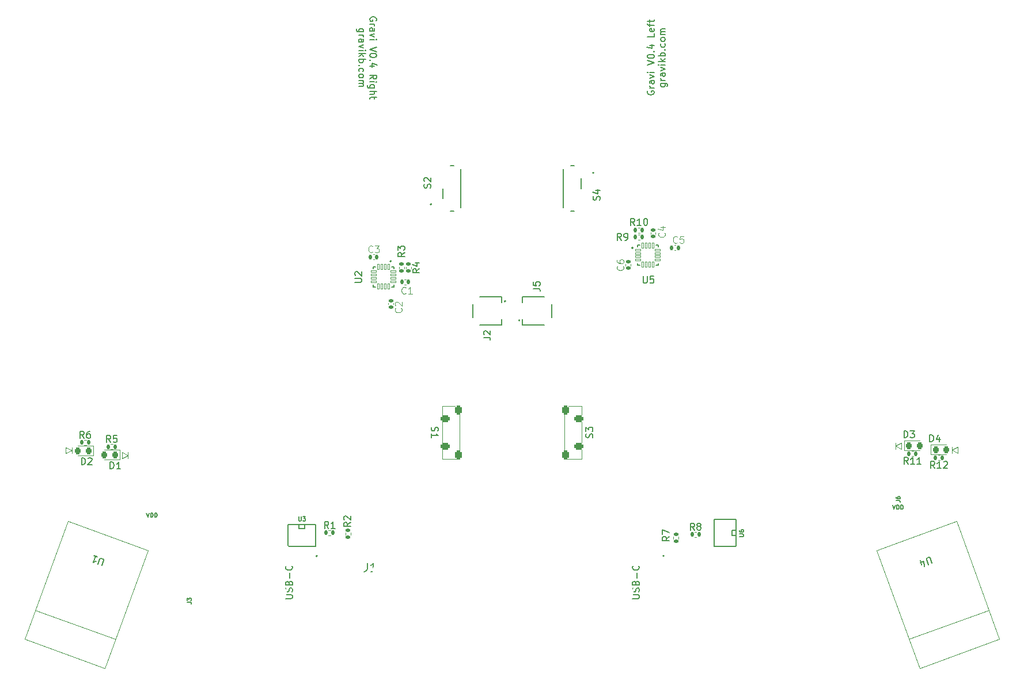
<source format=gto>
G04 #@! TF.GenerationSoftware,KiCad,Pcbnew,(6.0.4-0)*
G04 #@! TF.CreationDate,2023-01-29T19:06:17-06:00*
G04 #@! TF.ProjectId,main,6d61696e-2e6b-4696-9361-645f70636258,0.2*
G04 #@! TF.SameCoordinates,Original*
G04 #@! TF.FileFunction,Legend,Top*
G04 #@! TF.FilePolarity,Positive*
%FSLAX46Y46*%
G04 Gerber Fmt 4.6, Leading zero omitted, Abs format (unit mm)*
G04 Created by KiCad (PCBNEW (6.0.4-0)) date 2023-01-29 19:06:17*
%MOMM*%
%LPD*%
G01*
G04 APERTURE LIST*
G04 Aperture macros list*
%AMRoundRect*
0 Rectangle with rounded corners*
0 $1 Rounding radius*
0 $2 $3 $4 $5 $6 $7 $8 $9 X,Y pos of 4 corners*
0 Add a 4 corners polygon primitive as box body*
4,1,4,$2,$3,$4,$5,$6,$7,$8,$9,$2,$3,0*
0 Add four circle primitives for the rounded corners*
1,1,$1+$1,$2,$3*
1,1,$1+$1,$4,$5*
1,1,$1+$1,$6,$7*
1,1,$1+$1,$8,$9*
0 Add four rect primitives between the rounded corners*
20,1,$1+$1,$2,$3,$4,$5,0*
20,1,$1+$1,$4,$5,$6,$7,0*
20,1,$1+$1,$6,$7,$8,$9,0*
20,1,$1+$1,$8,$9,$2,$3,0*%
%AMRotRect*
0 Rectangle, with rotation*
0 The origin of the aperture is its center*
0 $1 length*
0 $2 width*
0 $3 Rotation angle, in degrees counterclockwise*
0 Add horizontal line*
21,1,$1,$2,0,0,$3*%
G04 Aperture macros list end*
%ADD10C,0.120000*%
%ADD11C,0.150000*%
%ADD12C,0.125000*%
%ADD13C,0.127000*%
%ADD14C,0.200000*%
%ADD15C,0.010000*%
%ADD16C,1.200000*%
%ADD17RoundRect,0.135000X-0.185000X0.135000X-0.185000X-0.135000X0.185000X-0.135000X0.185000X0.135000X0*%
%ADD18RoundRect,0.135000X0.135000X0.185000X-0.135000X0.185000X-0.135000X-0.185000X0.135000X-0.185000X0*%
%ADD19RoundRect,0.007800X-0.422200X-0.122200X0.422200X-0.122200X0.422200X0.122200X-0.422200X0.122200X0*%
%ADD20RoundRect,0.007800X0.122200X-0.422200X0.122200X0.422200X-0.122200X0.422200X-0.122200X-0.422200X0*%
%ADD21R,1.680000X1.680000*%
%ADD22C,0.900000*%
%ADD23R,1.500000X0.700000*%
%ADD24R,0.800000X1.000000*%
%ADD25R,0.600000X1.100000*%
%ADD26R,0.300000X1.100000*%
%ADD27RoundRect,0.218750X0.218750X0.256250X-0.218750X0.256250X-0.218750X-0.256250X0.218750X-0.256250X0*%
%ADD28RoundRect,0.140000X-0.170000X0.140000X-0.170000X-0.140000X0.170000X-0.140000X0.170000X0.140000X0*%
%ADD29R,0.800000X0.550000*%
%ADD30RoundRect,0.135000X-0.135000X-0.185000X0.135000X-0.185000X0.135000X0.185000X-0.135000X0.185000X0*%
%ADD31RoundRect,0.140000X0.140000X0.170000X-0.140000X0.170000X-0.140000X-0.170000X0.140000X-0.170000X0*%
%ADD32RoundRect,0.218750X-0.218750X-0.256250X0.218750X-0.256250X0.218750X0.256250X-0.218750X0.256250X0*%
%ADD33C,3.200000*%
%ADD34RoundRect,0.250000X-0.400000X0.250000X-0.400000X-0.250000X0.400000X-0.250000X0.400000X0.250000X0*%
%ADD35RoundRect,0.250000X-0.250000X0.400000X-0.250000X-0.400000X0.250000X-0.400000X0.250000X0.400000X0*%
%ADD36R,0.850000X0.600000*%
%ADD37R,0.800000X0.700000*%
%ADD38RoundRect,0.140000X0.170000X-0.140000X0.170000X0.140000X-0.170000X0.140000X-0.170000X-0.140000X0*%
%ADD39RoundRect,0.007800X-0.122200X0.422200X-0.122200X-0.422200X0.122200X-0.422200X0.122200X0.422200X0*%
%ADD40RoundRect,0.250000X0.400000X-0.250000X0.400000X0.250000X-0.400000X0.250000X-0.400000X-0.250000X0*%
%ADD41RoundRect,0.250000X0.250000X-0.400000X0.250000X0.400000X-0.250000X0.400000X-0.250000X-0.400000X0*%
%ADD42RoundRect,0.135000X0.185000X-0.135000X0.185000X0.135000X-0.185000X0.135000X-0.185000X-0.135000X0*%
%ADD43R,0.550000X0.800000*%
%ADD44C,6.400000*%
%ADD45C,0.800000*%
%ADD46RotRect,1.000000X1.500000X200.000000*%
%ADD47RoundRect,0.112500X0.278669X0.221147X-0.355624X-0.009716X-0.278669X-0.221147X0.355624X0.009716X0*%
%ADD48RoundRect,0.112500X-0.221147X0.278669X0.009716X-0.355624X0.221147X-0.278669X-0.009716X0.355624X0*%
%ADD49RoundRect,0.112500X0.355624X-0.009716X-0.278669X0.221147X-0.355624X0.009716X0.278669X-0.221147X0*%
%ADD50RoundRect,0.112500X0.009716X0.355624X-0.221147X-0.278669X-0.009716X-0.355624X0.221147X0.278669X0*%
%ADD51RotRect,1.000000X1.500000X160.000000*%
%ADD52C,1.701800*%
%ADD53C,3.429000*%
%ADD54C,2.032000*%
G04 APERTURE END LIST*
D10*
X226900000Y-124000000D02*
X226900000Y-123100000D01*
X235200000Y-124600000D02*
X235200000Y-123700000D01*
X104050000Y-124675000D02*
X104950000Y-124225000D01*
X104950000Y-124225000D02*
X104050000Y-123775000D01*
X226000000Y-124000000D02*
X226000000Y-123100000D01*
X104950000Y-123775000D02*
X104950000Y-124675000D01*
X226900000Y-123100000D02*
X226000000Y-123550000D01*
X234300000Y-124150000D02*
X235200000Y-124600000D01*
X112300000Y-124500000D02*
X112300000Y-125400000D01*
X104050000Y-123775000D02*
X104050000Y-124675000D01*
X235200000Y-123700000D02*
X234300000Y-124150000D01*
X112300000Y-125400000D02*
X113200000Y-124950000D01*
X113200000Y-124500000D02*
X113200000Y-125400000D01*
X226000000Y-123550000D02*
X226900000Y-124000000D01*
X234300000Y-124600000D02*
X234300000Y-123700000D01*
X113200000Y-124950000D02*
X112300000Y-124500000D01*
D11*
X189595000Y-71304761D02*
X189547380Y-71400000D01*
X189547380Y-71542857D01*
X189595000Y-71685714D01*
X189690238Y-71780952D01*
X189785476Y-71828571D01*
X189975952Y-71876190D01*
X190118809Y-71876190D01*
X190309285Y-71828571D01*
X190404523Y-71780952D01*
X190499761Y-71685714D01*
X190547380Y-71542857D01*
X190547380Y-71447619D01*
X190499761Y-71304761D01*
X190452142Y-71257142D01*
X190118809Y-71257142D01*
X190118809Y-71447619D01*
X190547380Y-70828571D02*
X189880714Y-70828571D01*
X190071190Y-70828571D02*
X189975952Y-70780952D01*
X189928333Y-70733333D01*
X189880714Y-70638095D01*
X189880714Y-70542857D01*
X190547380Y-69780952D02*
X190023571Y-69780952D01*
X189928333Y-69828571D01*
X189880714Y-69923809D01*
X189880714Y-70114285D01*
X189928333Y-70209523D01*
X190499761Y-69780952D02*
X190547380Y-69876190D01*
X190547380Y-70114285D01*
X190499761Y-70209523D01*
X190404523Y-70257142D01*
X190309285Y-70257142D01*
X190214047Y-70209523D01*
X190166428Y-70114285D01*
X190166428Y-69876190D01*
X190118809Y-69780952D01*
X189880714Y-69400000D02*
X190547380Y-69161904D01*
X189880714Y-68923809D01*
X190547380Y-68542857D02*
X189880714Y-68542857D01*
X189547380Y-68542857D02*
X189595000Y-68590476D01*
X189642619Y-68542857D01*
X189595000Y-68495238D01*
X189547380Y-68542857D01*
X189642619Y-68542857D01*
X189547380Y-67447619D02*
X190547380Y-67114285D01*
X189547380Y-66780952D01*
X189547380Y-66257142D02*
X189547380Y-66161904D01*
X189595000Y-66066666D01*
X189642619Y-66019047D01*
X189737857Y-65971428D01*
X189928333Y-65923809D01*
X190166428Y-65923809D01*
X190356904Y-65971428D01*
X190452142Y-66019047D01*
X190499761Y-66066666D01*
X190547380Y-66161904D01*
X190547380Y-66257142D01*
X190499761Y-66352380D01*
X190452142Y-66400000D01*
X190356904Y-66447619D01*
X190166428Y-66495238D01*
X189928333Y-66495238D01*
X189737857Y-66447619D01*
X189642619Y-66400000D01*
X189595000Y-66352380D01*
X189547380Y-66257142D01*
X190452142Y-65495238D02*
X190499761Y-65447619D01*
X190547380Y-65495238D01*
X190499761Y-65542857D01*
X190452142Y-65495238D01*
X190547380Y-65495238D01*
X189880714Y-64590476D02*
X190547380Y-64590476D01*
X189499761Y-64828571D02*
X190214047Y-65066666D01*
X190214047Y-64447619D01*
X190547380Y-62828571D02*
X190547380Y-63304761D01*
X189547380Y-63304761D01*
X190499761Y-62114285D02*
X190547380Y-62209523D01*
X190547380Y-62400000D01*
X190499761Y-62495238D01*
X190404523Y-62542857D01*
X190023571Y-62542857D01*
X189928333Y-62495238D01*
X189880714Y-62400000D01*
X189880714Y-62209523D01*
X189928333Y-62114285D01*
X190023571Y-62066666D01*
X190118809Y-62066666D01*
X190214047Y-62542857D01*
X189880714Y-61780952D02*
X189880714Y-61400000D01*
X190547380Y-61638095D02*
X189690238Y-61638095D01*
X189595000Y-61590476D01*
X189547380Y-61495238D01*
X189547380Y-61400000D01*
X189880714Y-61209523D02*
X189880714Y-60828571D01*
X189547380Y-61066666D02*
X190404523Y-61066666D01*
X190499761Y-61019047D01*
X190547380Y-60923809D01*
X190547380Y-60828571D01*
X191490714Y-70209523D02*
X192300238Y-70209523D01*
X192395476Y-70257142D01*
X192443095Y-70304761D01*
X192490714Y-70400000D01*
X192490714Y-70542857D01*
X192443095Y-70638095D01*
X192109761Y-70209523D02*
X192157380Y-70304761D01*
X192157380Y-70495238D01*
X192109761Y-70590476D01*
X192062142Y-70638095D01*
X191966904Y-70685714D01*
X191681190Y-70685714D01*
X191585952Y-70638095D01*
X191538333Y-70590476D01*
X191490714Y-70495238D01*
X191490714Y-70304761D01*
X191538333Y-70209523D01*
X192157380Y-69733333D02*
X191490714Y-69733333D01*
X191681190Y-69733333D02*
X191585952Y-69685714D01*
X191538333Y-69638095D01*
X191490714Y-69542857D01*
X191490714Y-69447619D01*
X192157380Y-68685714D02*
X191633571Y-68685714D01*
X191538333Y-68733333D01*
X191490714Y-68828571D01*
X191490714Y-69019047D01*
X191538333Y-69114285D01*
X192109761Y-68685714D02*
X192157380Y-68780952D01*
X192157380Y-69019047D01*
X192109761Y-69114285D01*
X192014523Y-69161904D01*
X191919285Y-69161904D01*
X191824047Y-69114285D01*
X191776428Y-69019047D01*
X191776428Y-68780952D01*
X191728809Y-68685714D01*
X191490714Y-68304761D02*
X192157380Y-68066666D01*
X191490714Y-67828571D01*
X192157380Y-67447619D02*
X191490714Y-67447619D01*
X191157380Y-67447619D02*
X191205000Y-67495238D01*
X191252619Y-67447619D01*
X191205000Y-67400000D01*
X191157380Y-67447619D01*
X191252619Y-67447619D01*
X192157380Y-66971428D02*
X191157380Y-66971428D01*
X191776428Y-66876190D02*
X192157380Y-66590476D01*
X191490714Y-66590476D02*
X191871666Y-66971428D01*
X192157380Y-66161904D02*
X191157380Y-66161904D01*
X191538333Y-66161904D02*
X191490714Y-66066666D01*
X191490714Y-65876190D01*
X191538333Y-65780952D01*
X191585952Y-65733333D01*
X191681190Y-65685714D01*
X191966904Y-65685714D01*
X192062142Y-65733333D01*
X192109761Y-65780952D01*
X192157380Y-65876190D01*
X192157380Y-66066666D01*
X192109761Y-66161904D01*
X192062142Y-65257142D02*
X192109761Y-65209523D01*
X192157380Y-65257142D01*
X192109761Y-65304761D01*
X192062142Y-65257142D01*
X192157380Y-65257142D01*
X192109761Y-64352380D02*
X192157380Y-64447619D01*
X192157380Y-64638095D01*
X192109761Y-64733333D01*
X192062142Y-64780952D01*
X191966904Y-64828571D01*
X191681190Y-64828571D01*
X191585952Y-64780952D01*
X191538333Y-64733333D01*
X191490714Y-64638095D01*
X191490714Y-64447619D01*
X191538333Y-64352380D01*
X192157380Y-63780952D02*
X192109761Y-63876190D01*
X192062142Y-63923809D01*
X191966904Y-63971428D01*
X191681190Y-63971428D01*
X191585952Y-63923809D01*
X191538333Y-63876190D01*
X191490714Y-63780952D01*
X191490714Y-63638095D01*
X191538333Y-63542857D01*
X191585952Y-63495238D01*
X191681190Y-63447619D01*
X191966904Y-63447619D01*
X192062142Y-63495238D01*
X192109761Y-63542857D01*
X192157380Y-63638095D01*
X192157380Y-63780952D01*
X192157380Y-63019047D02*
X191490714Y-63019047D01*
X191585952Y-63019047D02*
X191538333Y-62971428D01*
X191490714Y-62876190D01*
X191490714Y-62733333D01*
X191538333Y-62638095D01*
X191633571Y-62590476D01*
X192157380Y-62590476D01*
X191633571Y-62590476D02*
X191538333Y-62542857D01*
X191490714Y-62447619D01*
X191490714Y-62304761D01*
X191538333Y-62209523D01*
X191633571Y-62161904D01*
X192157380Y-62161904D01*
X149705000Y-60971428D02*
X149752619Y-60876190D01*
X149752619Y-60733333D01*
X149705000Y-60590476D01*
X149609761Y-60495238D01*
X149514523Y-60447619D01*
X149324047Y-60400000D01*
X149181190Y-60400000D01*
X148990714Y-60447619D01*
X148895476Y-60495238D01*
X148800238Y-60590476D01*
X148752619Y-60733333D01*
X148752619Y-60828571D01*
X148800238Y-60971428D01*
X148847857Y-61019047D01*
X149181190Y-61019047D01*
X149181190Y-60828571D01*
X148752619Y-61447619D02*
X149419285Y-61447619D01*
X149228809Y-61447619D02*
X149324047Y-61495238D01*
X149371666Y-61542857D01*
X149419285Y-61638095D01*
X149419285Y-61733333D01*
X148752619Y-62495238D02*
X149276428Y-62495238D01*
X149371666Y-62447619D01*
X149419285Y-62352380D01*
X149419285Y-62161904D01*
X149371666Y-62066666D01*
X148800238Y-62495238D02*
X148752619Y-62400000D01*
X148752619Y-62161904D01*
X148800238Y-62066666D01*
X148895476Y-62019047D01*
X148990714Y-62019047D01*
X149085952Y-62066666D01*
X149133571Y-62161904D01*
X149133571Y-62400000D01*
X149181190Y-62495238D01*
X149419285Y-62876190D02*
X148752619Y-63114285D01*
X149419285Y-63352380D01*
X148752619Y-63733333D02*
X149419285Y-63733333D01*
X149752619Y-63733333D02*
X149705000Y-63685714D01*
X149657380Y-63733333D01*
X149705000Y-63780952D01*
X149752619Y-63733333D01*
X149657380Y-63733333D01*
X149752619Y-64828571D02*
X148752619Y-65161904D01*
X149752619Y-65495238D01*
X149752619Y-66019047D02*
X149752619Y-66114285D01*
X149705000Y-66209523D01*
X149657380Y-66257142D01*
X149562142Y-66304761D01*
X149371666Y-66352380D01*
X149133571Y-66352380D01*
X148943095Y-66304761D01*
X148847857Y-66257142D01*
X148800238Y-66209523D01*
X148752619Y-66114285D01*
X148752619Y-66019047D01*
X148800238Y-65923809D01*
X148847857Y-65876190D01*
X148943095Y-65828571D01*
X149133571Y-65780952D01*
X149371666Y-65780952D01*
X149562142Y-65828571D01*
X149657380Y-65876190D01*
X149705000Y-65923809D01*
X149752619Y-66019047D01*
X148847857Y-66780952D02*
X148800238Y-66828571D01*
X148752619Y-66780952D01*
X148800238Y-66733333D01*
X148847857Y-66780952D01*
X148752619Y-66780952D01*
X149419285Y-67685714D02*
X148752619Y-67685714D01*
X149800238Y-67447619D02*
X149085952Y-67209523D01*
X149085952Y-67828571D01*
X148752619Y-69542857D02*
X149228809Y-69209523D01*
X148752619Y-68971428D02*
X149752619Y-68971428D01*
X149752619Y-69352380D01*
X149705000Y-69447619D01*
X149657380Y-69495238D01*
X149562142Y-69542857D01*
X149419285Y-69542857D01*
X149324047Y-69495238D01*
X149276428Y-69447619D01*
X149228809Y-69352380D01*
X149228809Y-68971428D01*
X148752619Y-69971428D02*
X149419285Y-69971428D01*
X149752619Y-69971428D02*
X149705000Y-69923809D01*
X149657380Y-69971428D01*
X149705000Y-70019047D01*
X149752619Y-69971428D01*
X149657380Y-69971428D01*
X149419285Y-70876190D02*
X148609761Y-70876190D01*
X148514523Y-70828571D01*
X148466904Y-70780952D01*
X148419285Y-70685714D01*
X148419285Y-70542857D01*
X148466904Y-70447619D01*
X148800238Y-70876190D02*
X148752619Y-70780952D01*
X148752619Y-70590476D01*
X148800238Y-70495238D01*
X148847857Y-70447619D01*
X148943095Y-70400000D01*
X149228809Y-70400000D01*
X149324047Y-70447619D01*
X149371666Y-70495238D01*
X149419285Y-70590476D01*
X149419285Y-70780952D01*
X149371666Y-70876190D01*
X148752619Y-71352380D02*
X149752619Y-71352380D01*
X148752619Y-71780952D02*
X149276428Y-71780952D01*
X149371666Y-71733333D01*
X149419285Y-71638095D01*
X149419285Y-71495238D01*
X149371666Y-71400000D01*
X149324047Y-71352380D01*
X149419285Y-72114285D02*
X149419285Y-72495238D01*
X149752619Y-72257142D02*
X148895476Y-72257142D01*
X148800238Y-72304761D01*
X148752619Y-72400000D01*
X148752619Y-72495238D01*
X147809285Y-62590476D02*
X146999761Y-62590476D01*
X146904523Y-62542857D01*
X146856904Y-62495238D01*
X146809285Y-62400000D01*
X146809285Y-62257142D01*
X146856904Y-62161904D01*
X147190238Y-62590476D02*
X147142619Y-62495238D01*
X147142619Y-62304761D01*
X147190238Y-62209523D01*
X147237857Y-62161904D01*
X147333095Y-62114285D01*
X147618809Y-62114285D01*
X147714047Y-62161904D01*
X147761666Y-62209523D01*
X147809285Y-62304761D01*
X147809285Y-62495238D01*
X147761666Y-62590476D01*
X147142619Y-63066666D02*
X147809285Y-63066666D01*
X147618809Y-63066666D02*
X147714047Y-63114285D01*
X147761666Y-63161904D01*
X147809285Y-63257142D01*
X147809285Y-63352380D01*
X147142619Y-64114285D02*
X147666428Y-64114285D01*
X147761666Y-64066666D01*
X147809285Y-63971428D01*
X147809285Y-63780952D01*
X147761666Y-63685714D01*
X147190238Y-64114285D02*
X147142619Y-64019047D01*
X147142619Y-63780952D01*
X147190238Y-63685714D01*
X147285476Y-63638095D01*
X147380714Y-63638095D01*
X147475952Y-63685714D01*
X147523571Y-63780952D01*
X147523571Y-64019047D01*
X147571190Y-64114285D01*
X147809285Y-64495238D02*
X147142619Y-64733333D01*
X147809285Y-64971428D01*
X147142619Y-65352380D02*
X147809285Y-65352380D01*
X148142619Y-65352380D02*
X148095000Y-65304761D01*
X148047380Y-65352380D01*
X148095000Y-65400000D01*
X148142619Y-65352380D01*
X148047380Y-65352380D01*
X147142619Y-65828571D02*
X148142619Y-65828571D01*
X147523571Y-65923809D02*
X147142619Y-66209523D01*
X147809285Y-66209523D02*
X147428333Y-65828571D01*
X147142619Y-66638095D02*
X148142619Y-66638095D01*
X147761666Y-66638095D02*
X147809285Y-66733333D01*
X147809285Y-66923809D01*
X147761666Y-67019047D01*
X147714047Y-67066666D01*
X147618809Y-67114285D01*
X147333095Y-67114285D01*
X147237857Y-67066666D01*
X147190238Y-67019047D01*
X147142619Y-66923809D01*
X147142619Y-66733333D01*
X147190238Y-66638095D01*
X147237857Y-67542857D02*
X147190238Y-67590476D01*
X147142619Y-67542857D01*
X147190238Y-67495238D01*
X147237857Y-67542857D01*
X147142619Y-67542857D01*
X147190238Y-68447619D02*
X147142619Y-68352380D01*
X147142619Y-68161904D01*
X147190238Y-68066666D01*
X147237857Y-68019047D01*
X147333095Y-67971428D01*
X147618809Y-67971428D01*
X147714047Y-68019047D01*
X147761666Y-68066666D01*
X147809285Y-68161904D01*
X147809285Y-68352380D01*
X147761666Y-68447619D01*
X147142619Y-69019047D02*
X147190238Y-68923809D01*
X147237857Y-68876190D01*
X147333095Y-68828571D01*
X147618809Y-68828571D01*
X147714047Y-68876190D01*
X147761666Y-68923809D01*
X147809285Y-69019047D01*
X147809285Y-69161904D01*
X147761666Y-69257142D01*
X147714047Y-69304761D01*
X147618809Y-69352380D01*
X147333095Y-69352380D01*
X147237857Y-69304761D01*
X147190238Y-69257142D01*
X147142619Y-69161904D01*
X147142619Y-69019047D01*
X147142619Y-69780952D02*
X147809285Y-69780952D01*
X147714047Y-69780952D02*
X147761666Y-69828571D01*
X147809285Y-69923809D01*
X147809285Y-70066666D01*
X147761666Y-70161904D01*
X147666428Y-70209523D01*
X147142619Y-70209523D01*
X147666428Y-70209523D02*
X147761666Y-70257142D01*
X147809285Y-70352380D01*
X147809285Y-70495238D01*
X147761666Y-70590476D01*
X147666428Y-70638095D01*
X147142619Y-70638095D01*
X225625000Y-132271428D02*
X225825000Y-132871428D01*
X226025000Y-132271428D01*
X226225000Y-132871428D02*
X226225000Y-132271428D01*
X226367857Y-132271428D01*
X226453571Y-132300000D01*
X226510714Y-132357142D01*
X226539285Y-132414285D01*
X226567857Y-132528571D01*
X226567857Y-132614285D01*
X226539285Y-132728571D01*
X226510714Y-132785714D01*
X226453571Y-132842857D01*
X226367857Y-132871428D01*
X226225000Y-132871428D01*
X226825000Y-132871428D02*
X226825000Y-132271428D01*
X226967857Y-132271428D01*
X227053571Y-132300000D01*
X227110714Y-132357142D01*
X227139285Y-132414285D01*
X227167857Y-132528571D01*
X227167857Y-132614285D01*
X227139285Y-132728571D01*
X227110714Y-132785714D01*
X227053571Y-132842857D01*
X226967857Y-132871428D01*
X226825000Y-132871428D01*
X115925000Y-133446428D02*
X116125000Y-134046428D01*
X116325000Y-133446428D01*
X116525000Y-134046428D02*
X116525000Y-133446428D01*
X116667857Y-133446428D01*
X116753571Y-133475000D01*
X116810714Y-133532142D01*
X116839285Y-133589285D01*
X116867857Y-133703571D01*
X116867857Y-133789285D01*
X116839285Y-133903571D01*
X116810714Y-133960714D01*
X116753571Y-134017857D01*
X116667857Y-134046428D01*
X116525000Y-134046428D01*
X117125000Y-134046428D02*
X117125000Y-133446428D01*
X117267857Y-133446428D01*
X117353571Y-133475000D01*
X117410714Y-133532142D01*
X117439285Y-133589285D01*
X117467857Y-133703571D01*
X117467857Y-133789285D01*
X117439285Y-133903571D01*
X117410714Y-133960714D01*
X117353571Y-134017857D01*
X117267857Y-134046428D01*
X117125000Y-134046428D01*
X192777380Y-136891666D02*
X192301190Y-137225000D01*
X192777380Y-137463095D02*
X191777380Y-137463095D01*
X191777380Y-137082142D01*
X191825000Y-136986904D01*
X191872619Y-136939285D01*
X191967857Y-136891666D01*
X192110714Y-136891666D01*
X192205952Y-136939285D01*
X192253571Y-136986904D01*
X192301190Y-137082142D01*
X192301190Y-137463095D01*
X191777380Y-136558333D02*
X191777380Y-135891666D01*
X192777380Y-136320238D01*
X196468333Y-135952380D02*
X196135000Y-135476190D01*
X195896904Y-135952380D02*
X195896904Y-134952380D01*
X196277857Y-134952380D01*
X196373095Y-135000000D01*
X196420714Y-135047619D01*
X196468333Y-135142857D01*
X196468333Y-135285714D01*
X196420714Y-135380952D01*
X196373095Y-135428571D01*
X196277857Y-135476190D01*
X195896904Y-135476190D01*
X197039761Y-135380952D02*
X196944523Y-135333333D01*
X196896904Y-135285714D01*
X196849285Y-135190476D01*
X196849285Y-135142857D01*
X196896904Y-135047619D01*
X196944523Y-135000000D01*
X197039761Y-134952380D01*
X197230238Y-134952380D01*
X197325476Y-135000000D01*
X197373095Y-135047619D01*
X197420714Y-135142857D01*
X197420714Y-135190476D01*
X197373095Y-135285714D01*
X197325476Y-135333333D01*
X197230238Y-135380952D01*
X197039761Y-135380952D01*
X196944523Y-135428571D01*
X196896904Y-135476190D01*
X196849285Y-135571428D01*
X196849285Y-135761904D01*
X196896904Y-135857142D01*
X196944523Y-135904761D01*
X197039761Y-135952380D01*
X197230238Y-135952380D01*
X197325476Y-135904761D01*
X197373095Y-135857142D01*
X197420714Y-135761904D01*
X197420714Y-135571428D01*
X197373095Y-135476190D01*
X197325476Y-135428571D01*
X197230238Y-135380952D01*
X142678333Y-135702380D02*
X142345000Y-135226190D01*
X142106904Y-135702380D02*
X142106904Y-134702380D01*
X142487857Y-134702380D01*
X142583095Y-134750000D01*
X142630714Y-134797619D01*
X142678333Y-134892857D01*
X142678333Y-135035714D01*
X142630714Y-135130952D01*
X142583095Y-135178571D01*
X142487857Y-135226190D01*
X142106904Y-135226190D01*
X143630714Y-135702380D02*
X143059285Y-135702380D01*
X143345000Y-135702380D02*
X143345000Y-134702380D01*
X143249761Y-134845238D01*
X143154523Y-134940476D01*
X143059285Y-134988095D01*
X145902380Y-134816666D02*
X145426190Y-135150000D01*
X145902380Y-135388095D02*
X144902380Y-135388095D01*
X144902380Y-135007142D01*
X144950000Y-134911904D01*
X144997619Y-134864285D01*
X145092857Y-134816666D01*
X145235714Y-134816666D01*
X145330952Y-134864285D01*
X145378571Y-134911904D01*
X145426190Y-135007142D01*
X145426190Y-135388095D01*
X144997619Y-134435714D02*
X144950000Y-134388095D01*
X144902380Y-134292857D01*
X144902380Y-134054761D01*
X144950000Y-133959523D01*
X144997619Y-133911904D01*
X145092857Y-133864285D01*
X145188095Y-133864285D01*
X145330952Y-133911904D01*
X145902380Y-134483333D01*
X145902380Y-133864285D01*
X188936497Y-98579880D02*
X188936497Y-99389404D01*
X188984116Y-99484642D01*
X189031735Y-99532261D01*
X189126973Y-99579880D01*
X189317449Y-99579880D01*
X189412687Y-99532261D01*
X189460306Y-99484642D01*
X189507925Y-99389404D01*
X189507925Y-98579880D01*
X190460306Y-98579880D02*
X189984116Y-98579880D01*
X189936497Y-99056071D01*
X189984116Y-99008452D01*
X190079354Y-98960833D01*
X190317449Y-98960833D01*
X190412687Y-99008452D01*
X190460306Y-99056071D01*
X190507925Y-99151309D01*
X190507925Y-99389404D01*
X190460306Y-99484642D01*
X190412687Y-99532261D01*
X190317449Y-99579880D01*
X190079354Y-99579880D01*
X189984116Y-99532261D01*
X189936497Y-99484642D01*
X226121428Y-131600000D02*
X226550000Y-131600000D01*
X226635714Y-131628571D01*
X226692857Y-131685714D01*
X226721428Y-131771428D01*
X226721428Y-131828571D01*
X226121428Y-131057142D02*
X226121428Y-131171428D01*
X226150000Y-131228571D01*
X226178571Y-131257142D01*
X226264285Y-131314285D01*
X226378571Y-131342857D01*
X226607142Y-131342857D01*
X226664285Y-131314285D01*
X226692857Y-131285714D01*
X226721428Y-131228571D01*
X226721428Y-131114285D01*
X226692857Y-131057142D01*
X226664285Y-131028571D01*
X226607142Y-131000000D01*
X226464285Y-131000000D01*
X226407142Y-131028571D01*
X226378571Y-131057142D01*
X226350000Y-131114285D01*
X226350000Y-131228571D01*
X226378571Y-131285714D01*
X226407142Y-131314285D01*
X226464285Y-131342857D01*
X182517261Y-87374404D02*
X182564880Y-87231547D01*
X182564880Y-86993452D01*
X182517261Y-86898214D01*
X182469642Y-86850595D01*
X182374404Y-86802976D01*
X182279166Y-86802976D01*
X182183928Y-86850595D01*
X182136309Y-86898214D01*
X182088690Y-86993452D01*
X182041071Y-87183928D01*
X181993452Y-87279166D01*
X181945833Y-87326785D01*
X181850595Y-87374404D01*
X181755357Y-87374404D01*
X181660119Y-87326785D01*
X181612500Y-87279166D01*
X181564880Y-87183928D01*
X181564880Y-86945833D01*
X181612500Y-86802976D01*
X181898214Y-85945833D02*
X182564880Y-85945833D01*
X181517261Y-86183928D02*
X182231547Y-86422023D01*
X182231547Y-85802976D01*
X187364880Y-146043452D02*
X188174404Y-146043452D01*
X188269642Y-145995833D01*
X188317261Y-145948214D01*
X188364880Y-145852976D01*
X188364880Y-145662500D01*
X188317261Y-145567261D01*
X188269642Y-145519642D01*
X188174404Y-145472023D01*
X187364880Y-145472023D01*
X188317261Y-145043452D02*
X188364880Y-144900595D01*
X188364880Y-144662500D01*
X188317261Y-144567261D01*
X188269642Y-144519642D01*
X188174404Y-144472023D01*
X188079166Y-144472023D01*
X187983928Y-144519642D01*
X187936309Y-144567261D01*
X187888690Y-144662500D01*
X187841071Y-144852976D01*
X187793452Y-144948214D01*
X187745833Y-144995833D01*
X187650595Y-145043452D01*
X187555357Y-145043452D01*
X187460119Y-144995833D01*
X187412500Y-144948214D01*
X187364880Y-144852976D01*
X187364880Y-144614880D01*
X187412500Y-144472023D01*
X187841071Y-143710119D02*
X187888690Y-143567261D01*
X187936309Y-143519642D01*
X188031547Y-143472023D01*
X188174404Y-143472023D01*
X188269642Y-143519642D01*
X188317261Y-143567261D01*
X188364880Y-143662500D01*
X188364880Y-144043452D01*
X187364880Y-144043452D01*
X187364880Y-143710119D01*
X187412500Y-143614880D01*
X187460119Y-143567261D01*
X187555357Y-143519642D01*
X187650595Y-143519642D01*
X187745833Y-143567261D01*
X187793452Y-143614880D01*
X187841071Y-143710119D01*
X187841071Y-144043452D01*
X187983928Y-143043452D02*
X187983928Y-142281547D01*
X188269642Y-141233928D02*
X188317261Y-141281547D01*
X188364880Y-141424404D01*
X188364880Y-141519642D01*
X188317261Y-141662500D01*
X188222023Y-141757738D01*
X188126785Y-141805357D01*
X187936309Y-141852976D01*
X187793452Y-141852976D01*
X187602976Y-141805357D01*
X187507738Y-141757738D01*
X187412500Y-141662500D01*
X187364880Y-141519642D01*
X187364880Y-141424404D01*
X187412500Y-141281547D01*
X187460119Y-141233928D01*
X106361904Y-126314880D02*
X106361904Y-125314880D01*
X106600000Y-125314880D01*
X106742857Y-125362500D01*
X106838095Y-125457738D01*
X106885714Y-125552976D01*
X106933333Y-125743452D01*
X106933333Y-125886309D01*
X106885714Y-126076785D01*
X106838095Y-126172023D01*
X106742857Y-126267261D01*
X106600000Y-126314880D01*
X106361904Y-126314880D01*
X107314285Y-125410119D02*
X107361904Y-125362500D01*
X107457142Y-125314880D01*
X107695238Y-125314880D01*
X107790476Y-125362500D01*
X107838095Y-125410119D01*
X107885714Y-125505357D01*
X107885714Y-125600595D01*
X107838095Y-125743452D01*
X107266666Y-126314880D01*
X107885714Y-126314880D01*
D12*
X185968044Y-97079166D02*
X186015663Y-97126785D01*
X186063282Y-97269642D01*
X186063282Y-97364880D01*
X186015663Y-97507738D01*
X185920425Y-97602976D01*
X185825187Y-97650595D01*
X185634711Y-97698214D01*
X185491854Y-97698214D01*
X185301378Y-97650595D01*
X185206140Y-97602976D01*
X185110902Y-97507738D01*
X185063282Y-97364880D01*
X185063282Y-97269642D01*
X185110902Y-97126785D01*
X185158521Y-97079166D01*
X185063282Y-96222023D02*
X185063282Y-96412500D01*
X185110902Y-96507738D01*
X185158521Y-96555357D01*
X185301378Y-96650595D01*
X185491854Y-96698214D01*
X185872806Y-96698214D01*
X185968044Y-96650595D01*
X186015663Y-96602976D01*
X186063282Y-96507738D01*
X186063282Y-96317261D01*
X186015663Y-96222023D01*
X185968044Y-96174404D01*
X185872806Y-96126785D01*
X185634711Y-96126785D01*
X185539473Y-96174404D01*
X185491854Y-96222023D01*
X185444235Y-96317261D01*
X185444235Y-96507738D01*
X185491854Y-96602976D01*
X185539473Y-96650595D01*
X185634711Y-96698214D01*
D11*
X148359166Y-140767022D02*
X148359166Y-141674165D01*
X148298690Y-141855594D01*
X148177738Y-141976546D01*
X147996309Y-142037022D01*
X147875357Y-142037022D01*
X149629166Y-142037022D02*
X148903452Y-142037022D01*
X149266309Y-142037022D02*
X149266309Y-140767022D01*
X149145357Y-140948451D01*
X149024404Y-141069403D01*
X148903452Y-141129879D01*
X138289465Y-133956706D02*
X138289465Y-134474924D01*
X138319948Y-134535891D01*
X138350432Y-134566375D01*
X138411398Y-134596858D01*
X138533332Y-134596858D01*
X138594299Y-134566375D01*
X138624782Y-134535891D01*
X138655266Y-134474924D01*
X138655266Y-133956706D01*
X138899133Y-133956706D02*
X139295418Y-133956706D01*
X139082034Y-134200574D01*
X139173484Y-134200574D01*
X139234451Y-134231057D01*
X139264934Y-134261540D01*
X139295418Y-134322507D01*
X139295418Y-134474924D01*
X139264934Y-134535891D01*
X139234451Y-134566375D01*
X139173484Y-134596858D01*
X138990584Y-134596858D01*
X138929617Y-134566375D01*
X138899133Y-134535891D01*
X227869642Y-126244880D02*
X227536309Y-125768690D01*
X227298214Y-126244880D02*
X227298214Y-125244880D01*
X227679166Y-125244880D01*
X227774404Y-125292500D01*
X227822023Y-125340119D01*
X227869642Y-125435357D01*
X227869642Y-125578214D01*
X227822023Y-125673452D01*
X227774404Y-125721071D01*
X227679166Y-125768690D01*
X227298214Y-125768690D01*
X228822023Y-126244880D02*
X228250595Y-126244880D01*
X228536309Y-126244880D02*
X228536309Y-125244880D01*
X228441071Y-125387738D01*
X228345833Y-125482976D01*
X228250595Y-125530595D01*
X229774404Y-126244880D02*
X229202976Y-126244880D01*
X229488690Y-126244880D02*
X229488690Y-125244880D01*
X229393452Y-125387738D01*
X229298214Y-125482976D01*
X229202976Y-125530595D01*
D12*
X154030833Y-101069642D02*
X153983214Y-101117261D01*
X153840357Y-101164880D01*
X153745119Y-101164880D01*
X153602261Y-101117261D01*
X153507023Y-101022023D01*
X153459404Y-100926785D01*
X153411785Y-100736309D01*
X153411785Y-100593452D01*
X153459404Y-100402976D01*
X153507023Y-100307738D01*
X153602261Y-100212500D01*
X153745119Y-100164880D01*
X153840357Y-100164880D01*
X153983214Y-100212500D01*
X154030833Y-100260119D01*
X154983214Y-101164880D02*
X154411785Y-101164880D01*
X154697500Y-101164880D02*
X154697500Y-100164880D01*
X154602261Y-100307738D01*
X154507023Y-100402976D01*
X154411785Y-100450595D01*
D11*
X136364880Y-146043452D02*
X137174404Y-146043452D01*
X137269642Y-145995833D01*
X137317261Y-145948214D01*
X137364880Y-145852976D01*
X137364880Y-145662500D01*
X137317261Y-145567261D01*
X137269642Y-145519642D01*
X137174404Y-145472023D01*
X136364880Y-145472023D01*
X137317261Y-145043452D02*
X137364880Y-144900595D01*
X137364880Y-144662500D01*
X137317261Y-144567261D01*
X137269642Y-144519642D01*
X137174404Y-144472023D01*
X137079166Y-144472023D01*
X136983928Y-144519642D01*
X136936309Y-144567261D01*
X136888690Y-144662500D01*
X136841071Y-144852976D01*
X136793452Y-144948214D01*
X136745833Y-144995833D01*
X136650595Y-145043452D01*
X136555357Y-145043452D01*
X136460119Y-144995833D01*
X136412500Y-144948214D01*
X136364880Y-144852976D01*
X136364880Y-144614880D01*
X136412500Y-144472023D01*
X136841071Y-143710119D02*
X136888690Y-143567261D01*
X136936309Y-143519642D01*
X137031547Y-143472023D01*
X137174404Y-143472023D01*
X137269642Y-143519642D01*
X137317261Y-143567261D01*
X137364880Y-143662500D01*
X137364880Y-144043452D01*
X136364880Y-144043452D01*
X136364880Y-143710119D01*
X136412500Y-143614880D01*
X136460119Y-143567261D01*
X136555357Y-143519642D01*
X136650595Y-143519642D01*
X136745833Y-143567261D01*
X136793452Y-143614880D01*
X136841071Y-143710119D01*
X136841071Y-144043452D01*
X136983928Y-143043452D02*
X136983928Y-142281547D01*
X137269642Y-141233928D02*
X137317261Y-141281547D01*
X137364880Y-141424404D01*
X137364880Y-141519642D01*
X137317261Y-141662500D01*
X137222023Y-141757738D01*
X137126785Y-141805357D01*
X136936309Y-141852976D01*
X136793452Y-141852976D01*
X136602976Y-141805357D01*
X136507738Y-141757738D01*
X136412500Y-141662500D01*
X136364880Y-141519642D01*
X136364880Y-141424404D01*
X136412500Y-141281547D01*
X136460119Y-141233928D01*
X231074404Y-122944880D02*
X231074404Y-121944880D01*
X231312500Y-121944880D01*
X231455357Y-121992500D01*
X231550595Y-122087738D01*
X231598214Y-122182976D01*
X231645833Y-122373452D01*
X231645833Y-122516309D01*
X231598214Y-122706785D01*
X231550595Y-122802023D01*
X231455357Y-122897261D01*
X231312500Y-122944880D01*
X231074404Y-122944880D01*
X232502976Y-122278214D02*
X232502976Y-122944880D01*
X232264880Y-121897261D02*
X232026785Y-122611547D01*
X232645833Y-122611547D01*
X181467261Y-122334404D02*
X181514880Y-122191547D01*
X181514880Y-121953452D01*
X181467261Y-121858214D01*
X181419642Y-121810595D01*
X181324404Y-121762976D01*
X181229166Y-121762976D01*
X181133928Y-121810595D01*
X181086309Y-121858214D01*
X181038690Y-121953452D01*
X180991071Y-122143928D01*
X180943452Y-122239166D01*
X180895833Y-122286785D01*
X180800595Y-122334404D01*
X180705357Y-122334404D01*
X180610119Y-122286785D01*
X180562500Y-122239166D01*
X180514880Y-122143928D01*
X180514880Y-121905833D01*
X180562500Y-121762976D01*
X180514880Y-121429642D02*
X180514880Y-120810595D01*
X180895833Y-121143928D01*
X180895833Y-121001071D01*
X180943452Y-120905833D01*
X180991071Y-120858214D01*
X181086309Y-120810595D01*
X181324404Y-120810595D01*
X181419642Y-120858214D01*
X181467261Y-120905833D01*
X181514880Y-121001071D01*
X181514880Y-121286785D01*
X181467261Y-121382023D01*
X181419642Y-121429642D01*
X172764880Y-100395833D02*
X173479166Y-100395833D01*
X173622023Y-100443452D01*
X173717261Y-100538690D01*
X173764880Y-100681547D01*
X173764880Y-100776785D01*
X172764880Y-99443452D02*
X172764880Y-99919642D01*
X173241071Y-99967261D01*
X173193452Y-99919642D01*
X173145833Y-99824404D01*
X173145833Y-99586309D01*
X173193452Y-99491071D01*
X173241071Y-99443452D01*
X173336309Y-99395833D01*
X173574404Y-99395833D01*
X173669642Y-99443452D01*
X173717261Y-99491071D01*
X173764880Y-99586309D01*
X173764880Y-99824404D01*
X173717261Y-99919642D01*
X173669642Y-99967261D01*
D12*
X153341079Y-103291432D02*
X153388698Y-103339051D01*
X153436317Y-103481908D01*
X153436317Y-103577146D01*
X153388698Y-103720004D01*
X153293460Y-103815242D01*
X153198222Y-103862861D01*
X153007746Y-103910480D01*
X152864889Y-103910480D01*
X152674413Y-103862861D01*
X152579175Y-103815242D01*
X152483937Y-103720004D01*
X152436317Y-103577146D01*
X152436317Y-103481908D01*
X152483937Y-103339051D01*
X152531556Y-103291432D01*
X152531556Y-102910480D02*
X152483937Y-102862861D01*
X152436317Y-102767623D01*
X152436317Y-102529527D01*
X152483937Y-102434289D01*
X152531556Y-102386670D01*
X152626794Y-102339051D01*
X152722032Y-102339051D01*
X152864889Y-102386670D01*
X153436317Y-102958099D01*
X153436317Y-102339051D01*
D11*
X121896428Y-146575000D02*
X122325000Y-146575000D01*
X122410714Y-146603571D01*
X122467857Y-146660714D01*
X122496428Y-146746428D01*
X122496428Y-146803571D01*
X121896428Y-146346428D02*
X121896428Y-145975000D01*
X122125000Y-146175000D01*
X122125000Y-146089285D01*
X122153571Y-146032142D01*
X122182142Y-146003571D01*
X122239285Y-145975000D01*
X122382142Y-145975000D01*
X122439285Y-146003571D01*
X122467857Y-146032142D01*
X122496428Y-146089285D01*
X122496428Y-146260714D01*
X122467857Y-146317857D01*
X122439285Y-146346428D01*
X157667261Y-85574404D02*
X157714880Y-85431547D01*
X157714880Y-85193452D01*
X157667261Y-85098214D01*
X157619642Y-85050595D01*
X157524404Y-85002976D01*
X157429166Y-85002976D01*
X157333928Y-85050595D01*
X157286309Y-85098214D01*
X157238690Y-85193452D01*
X157191071Y-85383928D01*
X157143452Y-85479166D01*
X157095833Y-85526785D01*
X157000595Y-85574404D01*
X156905357Y-85574404D01*
X156810119Y-85526785D01*
X156762500Y-85479166D01*
X156714880Y-85383928D01*
X156714880Y-85145833D01*
X156762500Y-85002976D01*
X156810119Y-84622023D02*
X156762500Y-84574404D01*
X156714880Y-84479166D01*
X156714880Y-84241071D01*
X156762500Y-84145833D01*
X156810119Y-84098214D01*
X156905357Y-84050595D01*
X157000595Y-84050595D01*
X157143452Y-84098214D01*
X157714880Y-84669642D01*
X157714880Y-84050595D01*
X231779642Y-126844880D02*
X231446309Y-126368690D01*
X231208214Y-126844880D02*
X231208214Y-125844880D01*
X231589166Y-125844880D01*
X231684404Y-125892500D01*
X231732023Y-125940119D01*
X231779642Y-126035357D01*
X231779642Y-126178214D01*
X231732023Y-126273452D01*
X231684404Y-126321071D01*
X231589166Y-126368690D01*
X231208214Y-126368690D01*
X232732023Y-126844880D02*
X232160595Y-126844880D01*
X232446309Y-126844880D02*
X232446309Y-125844880D01*
X232351071Y-125987738D01*
X232255833Y-126082976D01*
X232160595Y-126130595D01*
X233112976Y-125940119D02*
X233160595Y-125892500D01*
X233255833Y-125844880D01*
X233493928Y-125844880D01*
X233589166Y-125892500D01*
X233636785Y-125940119D01*
X233684404Y-126035357D01*
X233684404Y-126130595D01*
X233636785Y-126273452D01*
X233065357Y-126844880D01*
X233684404Y-126844880D01*
X106735833Y-122414880D02*
X106402500Y-121938690D01*
X106164404Y-122414880D02*
X106164404Y-121414880D01*
X106545357Y-121414880D01*
X106640595Y-121462500D01*
X106688214Y-121510119D01*
X106735833Y-121605357D01*
X106735833Y-121748214D01*
X106688214Y-121843452D01*
X106640595Y-121891071D01*
X106545357Y-121938690D01*
X106164404Y-121938690D01*
X107592976Y-121414880D02*
X107402500Y-121414880D01*
X107307261Y-121462500D01*
X107259642Y-121510119D01*
X107164404Y-121652976D01*
X107116785Y-121843452D01*
X107116785Y-122224404D01*
X107164404Y-122319642D01*
X107212023Y-122367261D01*
X107307261Y-122414880D01*
X107497738Y-122414880D01*
X107592976Y-122367261D01*
X107640595Y-122319642D01*
X107688214Y-122224404D01*
X107688214Y-121986309D01*
X107640595Y-121891071D01*
X107592976Y-121843452D01*
X107497738Y-121795833D01*
X107307261Y-121795833D01*
X107212023Y-121843452D01*
X107164404Y-121891071D01*
X107116785Y-121986309D01*
X146549880Y-99474404D02*
X147359404Y-99474404D01*
X147454642Y-99426785D01*
X147502261Y-99379166D01*
X147549880Y-99283928D01*
X147549880Y-99093452D01*
X147502261Y-98998214D01*
X147454642Y-98950595D01*
X147359404Y-98902976D01*
X146549880Y-98902976D01*
X146645119Y-98474404D02*
X146597500Y-98426785D01*
X146549880Y-98331547D01*
X146549880Y-98093452D01*
X146597500Y-97998214D01*
X146645119Y-97950595D01*
X146740357Y-97902976D01*
X146835595Y-97902976D01*
X146978452Y-97950595D01*
X147549880Y-98522023D01*
X147549880Y-97902976D01*
X157857738Y-120800595D02*
X157810119Y-120943452D01*
X157810119Y-121181547D01*
X157857738Y-121276785D01*
X157905357Y-121324404D01*
X158000595Y-121372023D01*
X158095833Y-121372023D01*
X158191071Y-121324404D01*
X158238690Y-121276785D01*
X158286309Y-121181547D01*
X158333928Y-120991071D01*
X158381547Y-120895833D01*
X158429166Y-120848214D01*
X158524404Y-120800595D01*
X158619642Y-120800595D01*
X158714880Y-120848214D01*
X158762500Y-120895833D01*
X158810119Y-120991071D01*
X158810119Y-121229166D01*
X158762500Y-121372023D01*
X157810119Y-122324404D02*
X157810119Y-121752976D01*
X157810119Y-122038690D02*
X158810119Y-122038690D01*
X158667261Y-121943452D01*
X158572023Y-121848214D01*
X158524404Y-121752976D01*
X110645833Y-123014880D02*
X110312500Y-122538690D01*
X110074404Y-123014880D02*
X110074404Y-122014880D01*
X110455357Y-122014880D01*
X110550595Y-122062500D01*
X110598214Y-122110119D01*
X110645833Y-122205357D01*
X110645833Y-122348214D01*
X110598214Y-122443452D01*
X110550595Y-122491071D01*
X110455357Y-122538690D01*
X110074404Y-122538690D01*
X111550595Y-122014880D02*
X111074404Y-122014880D01*
X111026785Y-122491071D01*
X111074404Y-122443452D01*
X111169642Y-122395833D01*
X111407738Y-122395833D01*
X111502976Y-122443452D01*
X111550595Y-122491071D01*
X111598214Y-122586309D01*
X111598214Y-122824404D01*
X111550595Y-122919642D01*
X111502976Y-122967261D01*
X111407738Y-123014880D01*
X111169642Y-123014880D01*
X111074404Y-122967261D01*
X111026785Y-122919642D01*
X110574404Y-126914880D02*
X110574404Y-125914880D01*
X110812500Y-125914880D01*
X110955357Y-125962500D01*
X111050595Y-126057738D01*
X111098214Y-126152976D01*
X111145833Y-126343452D01*
X111145833Y-126486309D01*
X111098214Y-126676785D01*
X111050595Y-126772023D01*
X110955357Y-126867261D01*
X110812500Y-126914880D01*
X110574404Y-126914880D01*
X112098214Y-126914880D02*
X111526785Y-126914880D01*
X111812500Y-126914880D02*
X111812500Y-125914880D01*
X111717261Y-126057738D01*
X111622023Y-126152976D01*
X111526785Y-126200595D01*
X153864880Y-95079166D02*
X153388690Y-95412500D01*
X153864880Y-95650595D02*
X152864880Y-95650595D01*
X152864880Y-95269642D01*
X152912500Y-95174404D01*
X152960119Y-95126785D01*
X153055357Y-95079166D01*
X153198214Y-95079166D01*
X153293452Y-95126785D01*
X153341071Y-95174404D01*
X153388690Y-95269642D01*
X153388690Y-95650595D01*
X152864880Y-94745833D02*
X152864880Y-94126785D01*
X153245833Y-94460119D01*
X153245833Y-94317261D01*
X153293452Y-94222023D01*
X153341071Y-94174404D01*
X153436309Y-94126785D01*
X153674404Y-94126785D01*
X153769642Y-94174404D01*
X153817261Y-94222023D01*
X153864880Y-94317261D01*
X153864880Y-94602976D01*
X153817261Y-94698214D01*
X153769642Y-94745833D01*
X203061940Y-136882247D02*
X203580158Y-136882247D01*
X203641125Y-136851764D01*
X203671609Y-136821281D01*
X203702092Y-136760314D01*
X203702092Y-136638380D01*
X203671609Y-136577413D01*
X203641125Y-136546930D01*
X203580158Y-136516446D01*
X203061940Y-136516446D01*
X203061940Y-135937261D02*
X203061940Y-136059195D01*
X203092424Y-136120162D01*
X203122907Y-136150645D01*
X203214357Y-136211612D01*
X203336291Y-136242095D01*
X203580158Y-136242095D01*
X203641125Y-136211612D01*
X203671609Y-136181129D01*
X203702092Y-136120162D01*
X203702092Y-135998228D01*
X203671609Y-135937261D01*
X203641125Y-135906778D01*
X203580158Y-135876294D01*
X203427741Y-135876294D01*
X203366774Y-135906778D01*
X203336291Y-135937261D01*
X203305808Y-135998228D01*
X203305808Y-136120162D01*
X203336291Y-136181129D01*
X203366774Y-136211612D01*
X203427741Y-136242095D01*
X185731735Y-93264880D02*
X185398402Y-92788690D01*
X185160306Y-93264880D02*
X185160306Y-92264880D01*
X185541259Y-92264880D01*
X185636497Y-92312500D01*
X185684116Y-92360119D01*
X185731735Y-92455357D01*
X185731735Y-92598214D01*
X185684116Y-92693452D01*
X185636497Y-92741071D01*
X185541259Y-92788690D01*
X185160306Y-92788690D01*
X186207925Y-93264880D02*
X186398402Y-93264880D01*
X186493640Y-93217261D01*
X186541259Y-93169642D01*
X186636497Y-93026785D01*
X186684116Y-92836309D01*
X186684116Y-92455357D01*
X186636497Y-92360119D01*
X186588878Y-92312500D01*
X186493640Y-92264880D01*
X186303163Y-92264880D01*
X186207925Y-92312500D01*
X186160306Y-92360119D01*
X186112687Y-92455357D01*
X186112687Y-92693452D01*
X186160306Y-92788690D01*
X186207925Y-92836309D01*
X186303163Y-92883928D01*
X186493640Y-92883928D01*
X186588878Y-92836309D01*
X186636497Y-92788690D01*
X186684116Y-92693452D01*
X165464880Y-107595833D02*
X166179166Y-107595833D01*
X166322023Y-107643452D01*
X166417261Y-107738690D01*
X166464880Y-107881547D01*
X166464880Y-107976785D01*
X165560119Y-107167261D02*
X165512500Y-107119642D01*
X165464880Y-107024404D01*
X165464880Y-106786309D01*
X165512500Y-106691071D01*
X165560119Y-106643452D01*
X165655357Y-106595833D01*
X165750595Y-106595833D01*
X165893452Y-106643452D01*
X166464880Y-107214880D01*
X166464880Y-106595833D01*
X231387248Y-140830104D02*
X231110374Y-140069401D01*
X231033053Y-139996193D01*
X230972020Y-139967732D01*
X230866238Y-139955558D01*
X230687249Y-140020705D01*
X230614041Y-140098026D01*
X230585581Y-140159060D01*
X230573407Y-140264841D01*
X230850280Y-141025544D01*
X229886076Y-141021760D02*
X229658062Y-140395299D01*
X230240105Y-141298305D02*
X230219541Y-140545663D01*
X229637827Y-140757389D01*
X109328659Y-141175180D02*
X109605532Y-140414476D01*
X109593359Y-140308695D01*
X109564898Y-140247661D01*
X109491690Y-140170341D01*
X109312701Y-140105194D01*
X109206920Y-140117368D01*
X109145886Y-140145828D01*
X109068565Y-140219036D01*
X108791692Y-140979740D01*
X108194019Y-139698027D02*
X108730987Y-139893467D01*
X108462503Y-139795747D02*
X108120483Y-140735440D01*
X108258837Y-140633771D01*
X108380905Y-140576850D01*
X108486686Y-140564676D01*
X156049880Y-97491666D02*
X155573690Y-97825000D01*
X156049880Y-98063095D02*
X155049880Y-98063095D01*
X155049880Y-97682142D01*
X155097500Y-97586904D01*
X155145119Y-97539285D01*
X155240357Y-97491666D01*
X155383214Y-97491666D01*
X155478452Y-97539285D01*
X155526071Y-97586904D01*
X155573690Y-97682142D01*
X155573690Y-98063095D01*
X155383214Y-96634523D02*
X156049880Y-96634523D01*
X155002261Y-96872619D02*
X155716547Y-97110714D01*
X155716547Y-96491666D01*
X227274404Y-122344880D02*
X227274404Y-121344880D01*
X227512500Y-121344880D01*
X227655357Y-121392500D01*
X227750595Y-121487738D01*
X227798214Y-121582976D01*
X227845833Y-121773452D01*
X227845833Y-121916309D01*
X227798214Y-122106785D01*
X227750595Y-122202023D01*
X227655357Y-122297261D01*
X227512500Y-122344880D01*
X227274404Y-122344880D01*
X228179166Y-121344880D02*
X228798214Y-121344880D01*
X228464880Y-121725833D01*
X228607738Y-121725833D01*
X228702976Y-121773452D01*
X228750595Y-121821071D01*
X228798214Y-121916309D01*
X228798214Y-122154404D01*
X228750595Y-122249642D01*
X228702976Y-122297261D01*
X228607738Y-122344880D01*
X228322023Y-122344880D01*
X228226785Y-122297261D01*
X228179166Y-122249642D01*
D12*
X149145833Y-94982142D02*
X149098214Y-95029761D01*
X148955357Y-95077380D01*
X148860119Y-95077380D01*
X148717261Y-95029761D01*
X148622023Y-94934523D01*
X148574404Y-94839285D01*
X148526785Y-94648809D01*
X148526785Y-94505952D01*
X148574404Y-94315476D01*
X148622023Y-94220238D01*
X148717261Y-94125000D01*
X148860119Y-94077380D01*
X148955357Y-94077380D01*
X149098214Y-94125000D01*
X149145833Y-94172619D01*
X149479166Y-94077380D02*
X150098214Y-94077380D01*
X149764880Y-94458333D01*
X149907738Y-94458333D01*
X150002976Y-94505952D01*
X150050595Y-94553571D01*
X150098214Y-94648809D01*
X150098214Y-94886904D01*
X150050595Y-94982142D01*
X150002976Y-95029761D01*
X149907738Y-95077380D01*
X149622023Y-95077380D01*
X149526785Y-95029761D01*
X149479166Y-94982142D01*
D11*
D12*
X193944001Y-93598205D02*
X193896382Y-93645824D01*
X193753525Y-93693443D01*
X193658287Y-93693443D01*
X193515429Y-93645824D01*
X193420191Y-93550586D01*
X193372572Y-93455348D01*
X193324953Y-93264872D01*
X193324953Y-93122015D01*
X193372572Y-92931539D01*
X193420191Y-92836301D01*
X193515429Y-92741063D01*
X193658287Y-92693443D01*
X193753525Y-92693443D01*
X193896382Y-92741063D01*
X193944001Y-92788682D01*
X194848763Y-92693443D02*
X194372572Y-92693443D01*
X194324953Y-93169634D01*
X194372572Y-93122015D01*
X194467810Y-93074396D01*
X194705906Y-93074396D01*
X194801144Y-93122015D01*
X194848763Y-93169634D01*
X194896382Y-93264872D01*
X194896382Y-93502967D01*
X194848763Y-93598205D01*
X194801144Y-93645824D01*
X194705906Y-93693443D01*
X194467810Y-93693443D01*
X194372572Y-93645824D01*
X194324953Y-93598205D01*
D11*
X187668044Y-91079880D02*
X187334711Y-90603690D01*
X187096616Y-91079880D02*
X187096616Y-90079880D01*
X187477568Y-90079880D01*
X187572806Y-90127500D01*
X187620425Y-90175119D01*
X187668044Y-90270357D01*
X187668044Y-90413214D01*
X187620425Y-90508452D01*
X187572806Y-90556071D01*
X187477568Y-90603690D01*
X187096616Y-90603690D01*
X188620425Y-91079880D02*
X188048997Y-91079880D01*
X188334711Y-91079880D02*
X188334711Y-90079880D01*
X188239473Y-90222738D01*
X188144235Y-90317976D01*
X188048997Y-90365595D01*
X189239473Y-90079880D02*
X189334711Y-90079880D01*
X189429949Y-90127500D01*
X189477568Y-90175119D01*
X189525187Y-90270357D01*
X189572806Y-90460833D01*
X189572806Y-90698928D01*
X189525187Y-90889404D01*
X189477568Y-90984642D01*
X189429949Y-91032261D01*
X189334711Y-91079880D01*
X189239473Y-91079880D01*
X189144235Y-91032261D01*
X189096616Y-90984642D01*
X189048997Y-90889404D01*
X189001378Y-90698928D01*
X189001378Y-90460833D01*
X189048997Y-90270357D01*
X189096616Y-90175119D01*
X189144235Y-90127500D01*
X189239473Y-90079880D01*
D12*
X192055544Y-92194166D02*
X192103163Y-92241785D01*
X192150782Y-92384642D01*
X192150782Y-92479880D01*
X192103163Y-92622738D01*
X192007925Y-92717976D01*
X191912687Y-92765595D01*
X191722211Y-92813214D01*
X191579354Y-92813214D01*
X191388878Y-92765595D01*
X191293640Y-92717976D01*
X191198402Y-92622738D01*
X191150782Y-92479880D01*
X191150782Y-92384642D01*
X191198402Y-92241785D01*
X191246021Y-92194166D01*
X191484116Y-91337023D02*
X192150782Y-91337023D01*
X191103163Y-91575119D02*
X191817449Y-91813214D01*
X191817449Y-91194166D01*
D11*
D10*
X193395000Y-136946359D02*
X193395000Y-137253641D01*
X194155000Y-136946359D02*
X194155000Y-137253641D01*
X196778641Y-136220000D02*
X196471359Y-136220000D01*
X196778641Y-136980000D02*
X196471359Y-136980000D01*
X142988641Y-136730000D02*
X142681359Y-136730000D01*
X142988641Y-135970000D02*
X142681359Y-135970000D01*
X145145000Y-136346359D02*
X145145000Y-136653641D01*
X145905000Y-136346359D02*
X145905000Y-136653641D01*
D13*
X191148402Y-96962500D02*
X191148402Y-96662500D01*
X188148402Y-93962500D02*
X188448402Y-93962500D01*
X191148402Y-96962500D02*
X190848402Y-96962500D01*
X188148402Y-96962500D02*
X188148402Y-96662500D01*
X188148402Y-93962500D02*
X188148402Y-94262500D01*
X191148402Y-93962500D02*
X191148402Y-94262500D01*
X188148402Y-96962500D02*
X188448402Y-96962500D01*
X191148402Y-93962500D02*
X190848402Y-93962500D01*
D14*
X187460205Y-94412500D02*
G75*
G03*
X187460205Y-94412500I-111803J0D01*
G01*
D13*
X178768500Y-82312500D02*
X178260500Y-82312500D01*
X179814500Y-84162500D02*
X179814500Y-85662500D01*
X178768500Y-89012500D02*
X178260500Y-89012500D01*
X177214500Y-82832500D02*
X177214500Y-88492500D01*
D14*
X181685500Y-83333500D02*
G75*
G03*
X181685500Y-83333500I-100000J0D01*
G01*
X192022500Y-139752500D02*
G75*
G03*
X192022500Y-139752500I-100000J0D01*
G01*
D10*
X108097500Y-124997500D02*
X108097500Y-123527500D01*
X105812500Y-124997500D02*
X108097500Y-124997500D01*
X108097500Y-123527500D02*
X105812500Y-123527500D01*
X186350902Y-96804664D02*
X186350902Y-97020336D01*
X187070902Y-96804664D02*
X187070902Y-97020336D01*
D13*
X138345187Y-135757266D02*
X139145187Y-135757266D01*
X136745187Y-135157266D02*
X138345187Y-135157266D01*
X136745187Y-138357266D02*
X136745187Y-135157266D01*
X139145187Y-135157266D02*
X140745187Y-135157266D01*
X140745187Y-135157266D02*
X140745187Y-138357266D01*
X139145187Y-135757266D02*
X139145187Y-135157266D01*
X138345187Y-135157266D02*
X139145187Y-135157266D01*
X140745187Y-138357266D02*
X136745187Y-138357266D01*
X138345187Y-135157266D02*
X138345187Y-135757266D01*
D10*
X228368859Y-124312500D02*
X228676141Y-124312500D01*
X228368859Y-125072500D02*
X228676141Y-125072500D01*
X154066586Y-99785000D02*
X153850914Y-99785000D01*
X154066586Y-99065000D02*
X153850914Y-99065000D01*
D14*
X141022500Y-139752500D02*
G75*
G03*
X141022500Y-139752500I-100000J0D01*
G01*
D10*
X231227500Y-123357500D02*
X231227500Y-124827500D01*
X231227500Y-124827500D02*
X233512500Y-124827500D01*
X233512500Y-123357500D02*
X231227500Y-123357500D01*
X179862500Y-117667500D02*
X177362500Y-117667500D01*
X177362500Y-117667500D02*
X177362500Y-125467500D01*
X177362500Y-125467500D02*
X179862500Y-125467500D01*
X179862500Y-125467500D02*
X179862500Y-117667500D01*
D13*
X171162500Y-104912500D02*
X171162500Y-105762500D01*
X171162500Y-105762500D02*
X174412500Y-105762500D01*
X171162500Y-101562500D02*
X174412500Y-101562500D01*
X175462500Y-104662500D02*
X175462500Y-102662500D01*
X171162500Y-102412500D02*
X171162500Y-101562500D01*
D14*
X170812500Y-105062500D02*
G75*
G03*
X170812500Y-105062500I-100000J0D01*
G01*
D10*
X151485187Y-102745102D02*
X151485187Y-102529430D01*
X152205187Y-102745102D02*
X152205187Y-102529430D01*
D13*
X160558500Y-82312500D02*
X161066500Y-82312500D01*
X159512500Y-87162500D02*
X159512500Y-85662500D01*
X160558500Y-89012500D02*
X161066500Y-89012500D01*
X162112500Y-88492500D02*
X162112500Y-82832500D01*
D14*
X157841500Y-87991500D02*
G75*
G03*
X157841500Y-87991500I-100000J0D01*
G01*
D10*
X232268859Y-124912500D02*
X232576141Y-124912500D01*
X232268859Y-125672500D02*
X232576141Y-125672500D01*
X107056141Y-122682500D02*
X106748859Y-122682500D01*
X107056141Y-123442500D02*
X106748859Y-123442500D01*
D13*
X149262500Y-97162500D02*
X149262500Y-97462500D01*
X152262500Y-97162500D02*
X152262500Y-97462500D01*
X152262500Y-100162500D02*
X151962500Y-100162500D01*
X152262500Y-97162500D02*
X151962500Y-97162500D01*
X149262500Y-97162500D02*
X149562500Y-97162500D01*
X149262500Y-100162500D02*
X149262500Y-99862500D01*
X152262500Y-100162500D02*
X152262500Y-99862500D01*
X149262500Y-100162500D02*
X149562500Y-100162500D01*
D14*
X151924303Y-96362500D02*
G75*
G03*
X151924303Y-96362500I-111803J0D01*
G01*
D10*
X159437500Y-125467500D02*
X161937500Y-125467500D01*
X161937500Y-125467500D02*
X161937500Y-117667500D01*
X161937500Y-117667500D02*
X159437500Y-117667500D01*
X159437500Y-117667500D02*
X159437500Y-125467500D01*
X110956141Y-123282500D02*
X110648859Y-123282500D01*
X110956141Y-124042500D02*
X110648859Y-124042500D01*
X109712500Y-125597500D02*
X111997500Y-125597500D01*
X111997500Y-124127500D02*
X109712500Y-124127500D01*
X111997500Y-125597500D02*
X111997500Y-124127500D01*
X153032500Y-97478641D02*
X153032500Y-97171359D01*
X153792500Y-97478641D02*
X153792500Y-97171359D01*
D13*
X201962500Y-135962500D02*
X201962500Y-136762500D01*
X199362500Y-138362500D02*
X199362500Y-134362500D01*
X199362500Y-134362500D02*
X202562500Y-134362500D01*
X202562500Y-135962500D02*
X202562500Y-136762500D01*
X202562500Y-138362500D02*
X199362500Y-138362500D01*
X201962500Y-136762500D02*
X202562500Y-136762500D01*
X202562500Y-136762500D02*
X202562500Y-138362500D01*
X202562500Y-134362500D02*
X202562500Y-135962500D01*
X202562500Y-135962500D02*
X201962500Y-135962500D01*
D10*
X188464543Y-92432500D02*
X188157261Y-92432500D01*
X188464543Y-93192500D02*
X188157261Y-93192500D01*
D13*
X168162500Y-105762500D02*
X164912500Y-105762500D01*
X163862500Y-102662500D02*
X163862500Y-104662500D01*
X168162500Y-102412500D02*
X168162500Y-101562500D01*
X168162500Y-104912500D02*
X168162500Y-105762500D01*
X168162500Y-101562500D02*
X164912500Y-101562500D01*
D14*
X168712500Y-102262500D02*
G75*
G03*
X168712500Y-102262500I-100000J0D01*
G01*
D10*
X229553107Y-156292283D02*
X241299265Y-152017031D01*
X241299265Y-152017031D02*
X234971893Y-134632717D01*
X234971893Y-134632717D02*
X223225735Y-138907969D01*
X223225735Y-138907969D02*
X229553107Y-156292283D01*
X239743074Y-147741429D02*
X227996916Y-152016681D01*
X111328084Y-152016681D02*
X99581926Y-147741429D01*
X104353107Y-134632717D02*
X98025735Y-152017031D01*
X98025735Y-152017031D02*
X109771893Y-156292283D01*
X116099265Y-138907969D02*
X104353107Y-134632717D01*
X109771893Y-156292283D02*
X116099265Y-138907969D01*
X154032500Y-97478641D02*
X154032500Y-97171359D01*
X154792500Y-97478641D02*
X154792500Y-97171359D01*
X227327500Y-124227500D02*
X229612500Y-124227500D01*
X227327500Y-122757500D02*
X227327500Y-124227500D01*
X229612500Y-122757500D02*
X227327500Y-122757500D01*
X149420336Y-95365000D02*
X149204664Y-95365000D01*
X149420336Y-96085000D02*
X149204664Y-96085000D01*
X193731004Y-94019813D02*
X193515332Y-94019813D01*
X193731004Y-94739813D02*
X193515332Y-94739813D01*
X188464543Y-91432500D02*
X188157261Y-91432500D01*
X188464543Y-92192500D02*
X188157261Y-92192500D01*
X190050902Y-92158414D02*
X190050902Y-92374086D01*
X190770902Y-92158414D02*
X190770902Y-92374086D01*
%LPC*%
G36*
X189605500Y-141065500D02*
G01*
X189667500Y-141075500D01*
X189727500Y-141091500D01*
X189786500Y-141114500D01*
X189842500Y-141142500D01*
X189895500Y-141177500D01*
X189943500Y-141216500D01*
X189988500Y-141261500D01*
X190027500Y-141309500D01*
X190062500Y-141362500D01*
X190090500Y-141418500D01*
X190113500Y-141477500D01*
X190129500Y-141537500D01*
X190139500Y-141599500D01*
X190142500Y-141662500D01*
X190142500Y-142462500D01*
X190139500Y-142525500D01*
X190129500Y-142587500D01*
X190113500Y-142647500D01*
X190090500Y-142706500D01*
X190062500Y-142762500D01*
X190027500Y-142815500D01*
X189988500Y-142863500D01*
X189943500Y-142908500D01*
X189895500Y-142947500D01*
X189842500Y-142982500D01*
X189786500Y-143010500D01*
X189727500Y-143033500D01*
X189667500Y-143049500D01*
X189605500Y-143059500D01*
X189542500Y-143062500D01*
X189479500Y-143059500D01*
X189417500Y-143049500D01*
X189357500Y-143033500D01*
X189298500Y-143010500D01*
X189242500Y-142982500D01*
X189189500Y-142947500D01*
X189141500Y-142908500D01*
X189096500Y-142863500D01*
X189057500Y-142815500D01*
X189022500Y-142762500D01*
X188994500Y-142706500D01*
X188971500Y-142647500D01*
X188955500Y-142587500D01*
X188945500Y-142525500D01*
X188942500Y-142462500D01*
X188942500Y-141662500D01*
X188945500Y-141599500D01*
X188955500Y-141537500D01*
X188971500Y-141477500D01*
X188994500Y-141418500D01*
X189022500Y-141362500D01*
X189057500Y-141309500D01*
X189096500Y-141261500D01*
X189141500Y-141216500D01*
X189189500Y-141177500D01*
X189242500Y-141142500D01*
X189298500Y-141114500D01*
X189357500Y-141091500D01*
X189417500Y-141075500D01*
X189479500Y-141065500D01*
X189542500Y-141062500D01*
X189605500Y-141065500D01*
G37*
D15*
X189605500Y-141065500D02*
X189667500Y-141075500D01*
X189727500Y-141091500D01*
X189786500Y-141114500D01*
X189842500Y-141142500D01*
X189895500Y-141177500D01*
X189943500Y-141216500D01*
X189988500Y-141261500D01*
X190027500Y-141309500D01*
X190062500Y-141362500D01*
X190090500Y-141418500D01*
X190113500Y-141477500D01*
X190129500Y-141537500D01*
X190139500Y-141599500D01*
X190142500Y-141662500D01*
X190142500Y-142462500D01*
X190139500Y-142525500D01*
X190129500Y-142587500D01*
X190113500Y-142647500D01*
X190090500Y-142706500D01*
X190062500Y-142762500D01*
X190027500Y-142815500D01*
X189988500Y-142863500D01*
X189943500Y-142908500D01*
X189895500Y-142947500D01*
X189842500Y-142982500D01*
X189786500Y-143010500D01*
X189727500Y-143033500D01*
X189667500Y-143049500D01*
X189605500Y-143059500D01*
X189542500Y-143062500D01*
X189479500Y-143059500D01*
X189417500Y-143049500D01*
X189357500Y-143033500D01*
X189298500Y-143010500D01*
X189242500Y-142982500D01*
X189189500Y-142947500D01*
X189141500Y-142908500D01*
X189096500Y-142863500D01*
X189057500Y-142815500D01*
X189022500Y-142762500D01*
X188994500Y-142706500D01*
X188971500Y-142647500D01*
X188955500Y-142587500D01*
X188945500Y-142525500D01*
X188942500Y-142462500D01*
X188942500Y-141662500D01*
X188945500Y-141599500D01*
X188955500Y-141537500D01*
X188971500Y-141477500D01*
X188994500Y-141418500D01*
X189022500Y-141362500D01*
X189057500Y-141309500D01*
X189096500Y-141261500D01*
X189141500Y-141216500D01*
X189189500Y-141177500D01*
X189242500Y-141142500D01*
X189298500Y-141114500D01*
X189357500Y-141091500D01*
X189417500Y-141075500D01*
X189479500Y-141065500D01*
X189542500Y-141062500D01*
X189605500Y-141065500D01*
G36*
X200845500Y-144865500D02*
G01*
X200907500Y-144875500D01*
X200967500Y-144891500D01*
X201026500Y-144914500D01*
X201082500Y-144942500D01*
X201135500Y-144977500D01*
X201183500Y-145016500D01*
X201228500Y-145061500D01*
X201267500Y-145109500D01*
X201302500Y-145162500D01*
X201330500Y-145218500D01*
X201353500Y-145277500D01*
X201369500Y-145337500D01*
X201379500Y-145399500D01*
X201382500Y-145462500D01*
X201382500Y-146662500D01*
X201379500Y-146725500D01*
X201369500Y-146787500D01*
X201353500Y-146847500D01*
X201330500Y-146906500D01*
X201302500Y-146962500D01*
X201267500Y-147015500D01*
X201228500Y-147063500D01*
X201183500Y-147108500D01*
X201135500Y-147147500D01*
X201082500Y-147182500D01*
X201026500Y-147210500D01*
X200967500Y-147233500D01*
X200907500Y-147249500D01*
X200845500Y-147259500D01*
X200782500Y-147262500D01*
X200719500Y-147259500D01*
X200657500Y-147249500D01*
X200597500Y-147233500D01*
X200538500Y-147210500D01*
X200482500Y-147182500D01*
X200429500Y-147147500D01*
X200381500Y-147108500D01*
X200336500Y-147063500D01*
X200297500Y-147015500D01*
X200262500Y-146962500D01*
X200234500Y-146906500D01*
X200211500Y-146847500D01*
X200195500Y-146787500D01*
X200185500Y-146725500D01*
X200182500Y-146662500D01*
X200182500Y-145462500D01*
X200185500Y-145399500D01*
X200195500Y-145337500D01*
X200211500Y-145277500D01*
X200234500Y-145218500D01*
X200262500Y-145162500D01*
X200297500Y-145109500D01*
X200336500Y-145061500D01*
X200381500Y-145016500D01*
X200429500Y-144977500D01*
X200482500Y-144942500D01*
X200538500Y-144914500D01*
X200597500Y-144891500D01*
X200657500Y-144875500D01*
X200719500Y-144865500D01*
X200782500Y-144862500D01*
X200845500Y-144865500D01*
G37*
X200845500Y-144865500D02*
X200907500Y-144875500D01*
X200967500Y-144891500D01*
X201026500Y-144914500D01*
X201082500Y-144942500D01*
X201135500Y-144977500D01*
X201183500Y-145016500D01*
X201228500Y-145061500D01*
X201267500Y-145109500D01*
X201302500Y-145162500D01*
X201330500Y-145218500D01*
X201353500Y-145277500D01*
X201369500Y-145337500D01*
X201379500Y-145399500D01*
X201382500Y-145462500D01*
X201382500Y-146662500D01*
X201379500Y-146725500D01*
X201369500Y-146787500D01*
X201353500Y-146847500D01*
X201330500Y-146906500D01*
X201302500Y-146962500D01*
X201267500Y-147015500D01*
X201228500Y-147063500D01*
X201183500Y-147108500D01*
X201135500Y-147147500D01*
X201082500Y-147182500D01*
X201026500Y-147210500D01*
X200967500Y-147233500D01*
X200907500Y-147249500D01*
X200845500Y-147259500D01*
X200782500Y-147262500D01*
X200719500Y-147259500D01*
X200657500Y-147249500D01*
X200597500Y-147233500D01*
X200538500Y-147210500D01*
X200482500Y-147182500D01*
X200429500Y-147147500D01*
X200381500Y-147108500D01*
X200336500Y-147063500D01*
X200297500Y-147015500D01*
X200262500Y-146962500D01*
X200234500Y-146906500D01*
X200211500Y-146847500D01*
X200195500Y-146787500D01*
X200185500Y-146725500D01*
X200182500Y-146662500D01*
X200182500Y-145462500D01*
X200185500Y-145399500D01*
X200195500Y-145337500D01*
X200211500Y-145277500D01*
X200234500Y-145218500D01*
X200262500Y-145162500D01*
X200297500Y-145109500D01*
X200336500Y-145061500D01*
X200381500Y-145016500D01*
X200429500Y-144977500D01*
X200482500Y-144942500D01*
X200538500Y-144914500D01*
X200597500Y-144891500D01*
X200657500Y-144875500D01*
X200719500Y-144865500D01*
X200782500Y-144862500D01*
X200845500Y-144865500D01*
G36*
X189605500Y-144865500D02*
G01*
X189667500Y-144875500D01*
X189727500Y-144891500D01*
X189786500Y-144914500D01*
X189842500Y-144942500D01*
X189895500Y-144977500D01*
X189943500Y-145016500D01*
X189988500Y-145061500D01*
X190027500Y-145109500D01*
X190062500Y-145162500D01*
X190090500Y-145218500D01*
X190113500Y-145277500D01*
X190129500Y-145337500D01*
X190139500Y-145399500D01*
X190142500Y-145462500D01*
X190142500Y-146662500D01*
X190139500Y-146725500D01*
X190129500Y-146787500D01*
X190113500Y-146847500D01*
X190090500Y-146906500D01*
X190062500Y-146962500D01*
X190027500Y-147015500D01*
X189988500Y-147063500D01*
X189943500Y-147108500D01*
X189895500Y-147147500D01*
X189842500Y-147182500D01*
X189786500Y-147210500D01*
X189727500Y-147233500D01*
X189667500Y-147249500D01*
X189605500Y-147259500D01*
X189542500Y-147262500D01*
X189479500Y-147259500D01*
X189417500Y-147249500D01*
X189357500Y-147233500D01*
X189298500Y-147210500D01*
X189242500Y-147182500D01*
X189189500Y-147147500D01*
X189141500Y-147108500D01*
X189096500Y-147063500D01*
X189057500Y-147015500D01*
X189022500Y-146962500D01*
X188994500Y-146906500D01*
X188971500Y-146847500D01*
X188955500Y-146787500D01*
X188945500Y-146725500D01*
X188942500Y-146662500D01*
X188942500Y-145462500D01*
X188945500Y-145399500D01*
X188955500Y-145337500D01*
X188971500Y-145277500D01*
X188994500Y-145218500D01*
X189022500Y-145162500D01*
X189057500Y-145109500D01*
X189096500Y-145061500D01*
X189141500Y-145016500D01*
X189189500Y-144977500D01*
X189242500Y-144942500D01*
X189298500Y-144914500D01*
X189357500Y-144891500D01*
X189417500Y-144875500D01*
X189479500Y-144865500D01*
X189542500Y-144862500D01*
X189605500Y-144865500D01*
G37*
X189605500Y-144865500D02*
X189667500Y-144875500D01*
X189727500Y-144891500D01*
X189786500Y-144914500D01*
X189842500Y-144942500D01*
X189895500Y-144977500D01*
X189943500Y-145016500D01*
X189988500Y-145061500D01*
X190027500Y-145109500D01*
X190062500Y-145162500D01*
X190090500Y-145218500D01*
X190113500Y-145277500D01*
X190129500Y-145337500D01*
X190139500Y-145399500D01*
X190142500Y-145462500D01*
X190142500Y-146662500D01*
X190139500Y-146725500D01*
X190129500Y-146787500D01*
X190113500Y-146847500D01*
X190090500Y-146906500D01*
X190062500Y-146962500D01*
X190027500Y-147015500D01*
X189988500Y-147063500D01*
X189943500Y-147108500D01*
X189895500Y-147147500D01*
X189842500Y-147182500D01*
X189786500Y-147210500D01*
X189727500Y-147233500D01*
X189667500Y-147249500D01*
X189605500Y-147259500D01*
X189542500Y-147262500D01*
X189479500Y-147259500D01*
X189417500Y-147249500D01*
X189357500Y-147233500D01*
X189298500Y-147210500D01*
X189242500Y-147182500D01*
X189189500Y-147147500D01*
X189141500Y-147108500D01*
X189096500Y-147063500D01*
X189057500Y-147015500D01*
X189022500Y-146962500D01*
X188994500Y-146906500D01*
X188971500Y-146847500D01*
X188955500Y-146787500D01*
X188945500Y-146725500D01*
X188942500Y-146662500D01*
X188942500Y-145462500D01*
X188945500Y-145399500D01*
X188955500Y-145337500D01*
X188971500Y-145277500D01*
X188994500Y-145218500D01*
X189022500Y-145162500D01*
X189057500Y-145109500D01*
X189096500Y-145061500D01*
X189141500Y-145016500D01*
X189189500Y-144977500D01*
X189242500Y-144942500D01*
X189298500Y-144914500D01*
X189357500Y-144891500D01*
X189417500Y-144875500D01*
X189479500Y-144865500D01*
X189542500Y-144862500D01*
X189605500Y-144865500D01*
G36*
X200845500Y-141065500D02*
G01*
X200907500Y-141075500D01*
X200967500Y-141091500D01*
X201026500Y-141114500D01*
X201082500Y-141142500D01*
X201135500Y-141177500D01*
X201183500Y-141216500D01*
X201228500Y-141261500D01*
X201267500Y-141309500D01*
X201302500Y-141362500D01*
X201330500Y-141418500D01*
X201353500Y-141477500D01*
X201369500Y-141537500D01*
X201379500Y-141599500D01*
X201382500Y-141662500D01*
X201382500Y-142462500D01*
X201379500Y-142525500D01*
X201369500Y-142587500D01*
X201353500Y-142647500D01*
X201330500Y-142706500D01*
X201302500Y-142762500D01*
X201267500Y-142815500D01*
X201228500Y-142863500D01*
X201183500Y-142908500D01*
X201135500Y-142947500D01*
X201082500Y-142982500D01*
X201026500Y-143010500D01*
X200967500Y-143033500D01*
X200907500Y-143049500D01*
X200845500Y-143059500D01*
X200782500Y-143062500D01*
X200719500Y-143059500D01*
X200657500Y-143049500D01*
X200597500Y-143033500D01*
X200538500Y-143010500D01*
X200482500Y-142982500D01*
X200429500Y-142947500D01*
X200381500Y-142908500D01*
X200336500Y-142863500D01*
X200297500Y-142815500D01*
X200262500Y-142762500D01*
X200234500Y-142706500D01*
X200211500Y-142647500D01*
X200195500Y-142587500D01*
X200185500Y-142525500D01*
X200182500Y-142462500D01*
X200182500Y-141662500D01*
X200185500Y-141599500D01*
X200195500Y-141537500D01*
X200211500Y-141477500D01*
X200234500Y-141418500D01*
X200262500Y-141362500D01*
X200297500Y-141309500D01*
X200336500Y-141261500D01*
X200381500Y-141216500D01*
X200429500Y-141177500D01*
X200482500Y-141142500D01*
X200538500Y-141114500D01*
X200597500Y-141091500D01*
X200657500Y-141075500D01*
X200719500Y-141065500D01*
X200782500Y-141062500D01*
X200845500Y-141065500D01*
G37*
X200845500Y-141065500D02*
X200907500Y-141075500D01*
X200967500Y-141091500D01*
X201026500Y-141114500D01*
X201082500Y-141142500D01*
X201135500Y-141177500D01*
X201183500Y-141216500D01*
X201228500Y-141261500D01*
X201267500Y-141309500D01*
X201302500Y-141362500D01*
X201330500Y-141418500D01*
X201353500Y-141477500D01*
X201369500Y-141537500D01*
X201379500Y-141599500D01*
X201382500Y-141662500D01*
X201382500Y-142462500D01*
X201379500Y-142525500D01*
X201369500Y-142587500D01*
X201353500Y-142647500D01*
X201330500Y-142706500D01*
X201302500Y-142762500D01*
X201267500Y-142815500D01*
X201228500Y-142863500D01*
X201183500Y-142908500D01*
X201135500Y-142947500D01*
X201082500Y-142982500D01*
X201026500Y-143010500D01*
X200967500Y-143033500D01*
X200907500Y-143049500D01*
X200845500Y-143059500D01*
X200782500Y-143062500D01*
X200719500Y-143059500D01*
X200657500Y-143049500D01*
X200597500Y-143033500D01*
X200538500Y-143010500D01*
X200482500Y-142982500D01*
X200429500Y-142947500D01*
X200381500Y-142908500D01*
X200336500Y-142863500D01*
X200297500Y-142815500D01*
X200262500Y-142762500D01*
X200234500Y-142706500D01*
X200211500Y-142647500D01*
X200195500Y-142587500D01*
X200185500Y-142525500D01*
X200182500Y-142462500D01*
X200182500Y-141662500D01*
X200185500Y-141599500D01*
X200195500Y-141537500D01*
X200211500Y-141477500D01*
X200234500Y-141418500D01*
X200262500Y-141362500D01*
X200297500Y-141309500D01*
X200336500Y-141261500D01*
X200381500Y-141216500D01*
X200429500Y-141177500D01*
X200482500Y-141142500D01*
X200538500Y-141114500D01*
X200597500Y-141091500D01*
X200657500Y-141075500D01*
X200719500Y-141065500D01*
X200782500Y-141062500D01*
X200845500Y-141065500D01*
G36*
X149845500Y-144865500D02*
G01*
X149907500Y-144875500D01*
X149967500Y-144891500D01*
X150026500Y-144914500D01*
X150082500Y-144942500D01*
X150135500Y-144977500D01*
X150183500Y-145016500D01*
X150228500Y-145061500D01*
X150267500Y-145109500D01*
X150302500Y-145162500D01*
X150330500Y-145218500D01*
X150353500Y-145277500D01*
X150369500Y-145337500D01*
X150379500Y-145399500D01*
X150382500Y-145462500D01*
X150382500Y-146662500D01*
X150379500Y-146725500D01*
X150369500Y-146787500D01*
X150353500Y-146847500D01*
X150330500Y-146906500D01*
X150302500Y-146962500D01*
X150267500Y-147015500D01*
X150228500Y-147063500D01*
X150183500Y-147108500D01*
X150135500Y-147147500D01*
X150082500Y-147182500D01*
X150026500Y-147210500D01*
X149967500Y-147233500D01*
X149907500Y-147249500D01*
X149845500Y-147259500D01*
X149782500Y-147262500D01*
X149719500Y-147259500D01*
X149657500Y-147249500D01*
X149597500Y-147233500D01*
X149538500Y-147210500D01*
X149482500Y-147182500D01*
X149429500Y-147147500D01*
X149381500Y-147108500D01*
X149336500Y-147063500D01*
X149297500Y-147015500D01*
X149262500Y-146962500D01*
X149234500Y-146906500D01*
X149211500Y-146847500D01*
X149195500Y-146787500D01*
X149185500Y-146725500D01*
X149182500Y-146662500D01*
X149182500Y-145462500D01*
X149185500Y-145399500D01*
X149195500Y-145337500D01*
X149211500Y-145277500D01*
X149234500Y-145218500D01*
X149262500Y-145162500D01*
X149297500Y-145109500D01*
X149336500Y-145061500D01*
X149381500Y-145016500D01*
X149429500Y-144977500D01*
X149482500Y-144942500D01*
X149538500Y-144914500D01*
X149597500Y-144891500D01*
X149657500Y-144875500D01*
X149719500Y-144865500D01*
X149782500Y-144862500D01*
X149845500Y-144865500D01*
G37*
X149845500Y-144865500D02*
X149907500Y-144875500D01*
X149967500Y-144891500D01*
X150026500Y-144914500D01*
X150082500Y-144942500D01*
X150135500Y-144977500D01*
X150183500Y-145016500D01*
X150228500Y-145061500D01*
X150267500Y-145109500D01*
X150302500Y-145162500D01*
X150330500Y-145218500D01*
X150353500Y-145277500D01*
X150369500Y-145337500D01*
X150379500Y-145399500D01*
X150382500Y-145462500D01*
X150382500Y-146662500D01*
X150379500Y-146725500D01*
X150369500Y-146787500D01*
X150353500Y-146847500D01*
X150330500Y-146906500D01*
X150302500Y-146962500D01*
X150267500Y-147015500D01*
X150228500Y-147063500D01*
X150183500Y-147108500D01*
X150135500Y-147147500D01*
X150082500Y-147182500D01*
X150026500Y-147210500D01*
X149967500Y-147233500D01*
X149907500Y-147249500D01*
X149845500Y-147259500D01*
X149782500Y-147262500D01*
X149719500Y-147259500D01*
X149657500Y-147249500D01*
X149597500Y-147233500D01*
X149538500Y-147210500D01*
X149482500Y-147182500D01*
X149429500Y-147147500D01*
X149381500Y-147108500D01*
X149336500Y-147063500D01*
X149297500Y-147015500D01*
X149262500Y-146962500D01*
X149234500Y-146906500D01*
X149211500Y-146847500D01*
X149195500Y-146787500D01*
X149185500Y-146725500D01*
X149182500Y-146662500D01*
X149182500Y-145462500D01*
X149185500Y-145399500D01*
X149195500Y-145337500D01*
X149211500Y-145277500D01*
X149234500Y-145218500D01*
X149262500Y-145162500D01*
X149297500Y-145109500D01*
X149336500Y-145061500D01*
X149381500Y-145016500D01*
X149429500Y-144977500D01*
X149482500Y-144942500D01*
X149538500Y-144914500D01*
X149597500Y-144891500D01*
X149657500Y-144875500D01*
X149719500Y-144865500D01*
X149782500Y-144862500D01*
X149845500Y-144865500D01*
G36*
X138605500Y-144865500D02*
G01*
X138667500Y-144875500D01*
X138727500Y-144891500D01*
X138786500Y-144914500D01*
X138842500Y-144942500D01*
X138895500Y-144977500D01*
X138943500Y-145016500D01*
X138988500Y-145061500D01*
X139027500Y-145109500D01*
X139062500Y-145162500D01*
X139090500Y-145218500D01*
X139113500Y-145277500D01*
X139129500Y-145337500D01*
X139139500Y-145399500D01*
X139142500Y-145462500D01*
X139142500Y-146662500D01*
X139139500Y-146725500D01*
X139129500Y-146787500D01*
X139113500Y-146847500D01*
X139090500Y-146906500D01*
X139062500Y-146962500D01*
X139027500Y-147015500D01*
X138988500Y-147063500D01*
X138943500Y-147108500D01*
X138895500Y-147147500D01*
X138842500Y-147182500D01*
X138786500Y-147210500D01*
X138727500Y-147233500D01*
X138667500Y-147249500D01*
X138605500Y-147259500D01*
X138542500Y-147262500D01*
X138479500Y-147259500D01*
X138417500Y-147249500D01*
X138357500Y-147233500D01*
X138298500Y-147210500D01*
X138242500Y-147182500D01*
X138189500Y-147147500D01*
X138141500Y-147108500D01*
X138096500Y-147063500D01*
X138057500Y-147015500D01*
X138022500Y-146962500D01*
X137994500Y-146906500D01*
X137971500Y-146847500D01*
X137955500Y-146787500D01*
X137945500Y-146725500D01*
X137942500Y-146662500D01*
X137942500Y-145462500D01*
X137945500Y-145399500D01*
X137955500Y-145337500D01*
X137971500Y-145277500D01*
X137994500Y-145218500D01*
X138022500Y-145162500D01*
X138057500Y-145109500D01*
X138096500Y-145061500D01*
X138141500Y-145016500D01*
X138189500Y-144977500D01*
X138242500Y-144942500D01*
X138298500Y-144914500D01*
X138357500Y-144891500D01*
X138417500Y-144875500D01*
X138479500Y-144865500D01*
X138542500Y-144862500D01*
X138605500Y-144865500D01*
G37*
X138605500Y-144865500D02*
X138667500Y-144875500D01*
X138727500Y-144891500D01*
X138786500Y-144914500D01*
X138842500Y-144942500D01*
X138895500Y-144977500D01*
X138943500Y-145016500D01*
X138988500Y-145061500D01*
X139027500Y-145109500D01*
X139062500Y-145162500D01*
X139090500Y-145218500D01*
X139113500Y-145277500D01*
X139129500Y-145337500D01*
X139139500Y-145399500D01*
X139142500Y-145462500D01*
X139142500Y-146662500D01*
X139139500Y-146725500D01*
X139129500Y-146787500D01*
X139113500Y-146847500D01*
X139090500Y-146906500D01*
X139062500Y-146962500D01*
X139027500Y-147015500D01*
X138988500Y-147063500D01*
X138943500Y-147108500D01*
X138895500Y-147147500D01*
X138842500Y-147182500D01*
X138786500Y-147210500D01*
X138727500Y-147233500D01*
X138667500Y-147249500D01*
X138605500Y-147259500D01*
X138542500Y-147262500D01*
X138479500Y-147259500D01*
X138417500Y-147249500D01*
X138357500Y-147233500D01*
X138298500Y-147210500D01*
X138242500Y-147182500D01*
X138189500Y-147147500D01*
X138141500Y-147108500D01*
X138096500Y-147063500D01*
X138057500Y-147015500D01*
X138022500Y-146962500D01*
X137994500Y-146906500D01*
X137971500Y-146847500D01*
X137955500Y-146787500D01*
X137945500Y-146725500D01*
X137942500Y-146662500D01*
X137942500Y-145462500D01*
X137945500Y-145399500D01*
X137955500Y-145337500D01*
X137971500Y-145277500D01*
X137994500Y-145218500D01*
X138022500Y-145162500D01*
X138057500Y-145109500D01*
X138096500Y-145061500D01*
X138141500Y-145016500D01*
X138189500Y-144977500D01*
X138242500Y-144942500D01*
X138298500Y-144914500D01*
X138357500Y-144891500D01*
X138417500Y-144875500D01*
X138479500Y-144865500D01*
X138542500Y-144862500D01*
X138605500Y-144865500D01*
G36*
X138605500Y-141065500D02*
G01*
X138667500Y-141075500D01*
X138727500Y-141091500D01*
X138786500Y-141114500D01*
X138842500Y-141142500D01*
X138895500Y-141177500D01*
X138943500Y-141216500D01*
X138988500Y-141261500D01*
X139027500Y-141309500D01*
X139062500Y-141362500D01*
X139090500Y-141418500D01*
X139113500Y-141477500D01*
X139129500Y-141537500D01*
X139139500Y-141599500D01*
X139142500Y-141662500D01*
X139142500Y-142462500D01*
X139139500Y-142525500D01*
X139129500Y-142587500D01*
X139113500Y-142647500D01*
X139090500Y-142706500D01*
X139062500Y-142762500D01*
X139027500Y-142815500D01*
X138988500Y-142863500D01*
X138943500Y-142908500D01*
X138895500Y-142947500D01*
X138842500Y-142982500D01*
X138786500Y-143010500D01*
X138727500Y-143033500D01*
X138667500Y-143049500D01*
X138605500Y-143059500D01*
X138542500Y-143062500D01*
X138479500Y-143059500D01*
X138417500Y-143049500D01*
X138357500Y-143033500D01*
X138298500Y-143010500D01*
X138242500Y-142982500D01*
X138189500Y-142947500D01*
X138141500Y-142908500D01*
X138096500Y-142863500D01*
X138057500Y-142815500D01*
X138022500Y-142762500D01*
X137994500Y-142706500D01*
X137971500Y-142647500D01*
X137955500Y-142587500D01*
X137945500Y-142525500D01*
X137942500Y-142462500D01*
X137942500Y-141662500D01*
X137945500Y-141599500D01*
X137955500Y-141537500D01*
X137971500Y-141477500D01*
X137994500Y-141418500D01*
X138022500Y-141362500D01*
X138057500Y-141309500D01*
X138096500Y-141261500D01*
X138141500Y-141216500D01*
X138189500Y-141177500D01*
X138242500Y-141142500D01*
X138298500Y-141114500D01*
X138357500Y-141091500D01*
X138417500Y-141075500D01*
X138479500Y-141065500D01*
X138542500Y-141062500D01*
X138605500Y-141065500D01*
G37*
X138605500Y-141065500D02*
X138667500Y-141075500D01*
X138727500Y-141091500D01*
X138786500Y-141114500D01*
X138842500Y-141142500D01*
X138895500Y-141177500D01*
X138943500Y-141216500D01*
X138988500Y-141261500D01*
X139027500Y-141309500D01*
X139062500Y-141362500D01*
X139090500Y-141418500D01*
X139113500Y-141477500D01*
X139129500Y-141537500D01*
X139139500Y-141599500D01*
X139142500Y-141662500D01*
X139142500Y-142462500D01*
X139139500Y-142525500D01*
X139129500Y-142587500D01*
X139113500Y-142647500D01*
X139090500Y-142706500D01*
X139062500Y-142762500D01*
X139027500Y-142815500D01*
X138988500Y-142863500D01*
X138943500Y-142908500D01*
X138895500Y-142947500D01*
X138842500Y-142982500D01*
X138786500Y-143010500D01*
X138727500Y-143033500D01*
X138667500Y-143049500D01*
X138605500Y-143059500D01*
X138542500Y-143062500D01*
X138479500Y-143059500D01*
X138417500Y-143049500D01*
X138357500Y-143033500D01*
X138298500Y-143010500D01*
X138242500Y-142982500D01*
X138189500Y-142947500D01*
X138141500Y-142908500D01*
X138096500Y-142863500D01*
X138057500Y-142815500D01*
X138022500Y-142762500D01*
X137994500Y-142706500D01*
X137971500Y-142647500D01*
X137955500Y-142587500D01*
X137945500Y-142525500D01*
X137942500Y-142462500D01*
X137942500Y-141662500D01*
X137945500Y-141599500D01*
X137955500Y-141537500D01*
X137971500Y-141477500D01*
X137994500Y-141418500D01*
X138022500Y-141362500D01*
X138057500Y-141309500D01*
X138096500Y-141261500D01*
X138141500Y-141216500D01*
X138189500Y-141177500D01*
X138242500Y-141142500D01*
X138298500Y-141114500D01*
X138357500Y-141091500D01*
X138417500Y-141075500D01*
X138479500Y-141065500D01*
X138542500Y-141062500D01*
X138605500Y-141065500D01*
G36*
X149845500Y-141065500D02*
G01*
X149907500Y-141075500D01*
X149967500Y-141091500D01*
X150026500Y-141114500D01*
X150082500Y-141142500D01*
X150135500Y-141177500D01*
X150183500Y-141216500D01*
X150228500Y-141261500D01*
X150267500Y-141309500D01*
X150302500Y-141362500D01*
X150330500Y-141418500D01*
X150353500Y-141477500D01*
X150369500Y-141537500D01*
X150379500Y-141599500D01*
X150382500Y-141662500D01*
X150382500Y-142462500D01*
X150379500Y-142525500D01*
X150369500Y-142587500D01*
X150353500Y-142647500D01*
X150330500Y-142706500D01*
X150302500Y-142762500D01*
X150267500Y-142815500D01*
X150228500Y-142863500D01*
X150183500Y-142908500D01*
X150135500Y-142947500D01*
X150082500Y-142982500D01*
X150026500Y-143010500D01*
X149967500Y-143033500D01*
X149907500Y-143049500D01*
X149845500Y-143059500D01*
X149782500Y-143062500D01*
X149719500Y-143059500D01*
X149657500Y-143049500D01*
X149597500Y-143033500D01*
X149538500Y-143010500D01*
X149482500Y-142982500D01*
X149429500Y-142947500D01*
X149381500Y-142908500D01*
X149336500Y-142863500D01*
X149297500Y-142815500D01*
X149262500Y-142762500D01*
X149234500Y-142706500D01*
X149211500Y-142647500D01*
X149195500Y-142587500D01*
X149185500Y-142525500D01*
X149182500Y-142462500D01*
X149182500Y-141662500D01*
X149185500Y-141599500D01*
X149195500Y-141537500D01*
X149211500Y-141477500D01*
X149234500Y-141418500D01*
X149262500Y-141362500D01*
X149297500Y-141309500D01*
X149336500Y-141261500D01*
X149381500Y-141216500D01*
X149429500Y-141177500D01*
X149482500Y-141142500D01*
X149538500Y-141114500D01*
X149597500Y-141091500D01*
X149657500Y-141075500D01*
X149719500Y-141065500D01*
X149782500Y-141062500D01*
X149845500Y-141065500D01*
G37*
X149845500Y-141065500D02*
X149907500Y-141075500D01*
X149967500Y-141091500D01*
X150026500Y-141114500D01*
X150082500Y-141142500D01*
X150135500Y-141177500D01*
X150183500Y-141216500D01*
X150228500Y-141261500D01*
X150267500Y-141309500D01*
X150302500Y-141362500D01*
X150330500Y-141418500D01*
X150353500Y-141477500D01*
X150369500Y-141537500D01*
X150379500Y-141599500D01*
X150382500Y-141662500D01*
X150382500Y-142462500D01*
X150379500Y-142525500D01*
X150369500Y-142587500D01*
X150353500Y-142647500D01*
X150330500Y-142706500D01*
X150302500Y-142762500D01*
X150267500Y-142815500D01*
X150228500Y-142863500D01*
X150183500Y-142908500D01*
X150135500Y-142947500D01*
X150082500Y-142982500D01*
X150026500Y-143010500D01*
X149967500Y-143033500D01*
X149907500Y-143049500D01*
X149845500Y-143059500D01*
X149782500Y-143062500D01*
X149719500Y-143059500D01*
X149657500Y-143049500D01*
X149597500Y-143033500D01*
X149538500Y-143010500D01*
X149482500Y-142982500D01*
X149429500Y-142947500D01*
X149381500Y-142908500D01*
X149336500Y-142863500D01*
X149297500Y-142815500D01*
X149262500Y-142762500D01*
X149234500Y-142706500D01*
X149211500Y-142647500D01*
X149195500Y-142587500D01*
X149185500Y-142525500D01*
X149182500Y-142462500D01*
X149182500Y-141662500D01*
X149185500Y-141599500D01*
X149195500Y-141537500D01*
X149211500Y-141477500D01*
X149234500Y-141418500D01*
X149262500Y-141362500D01*
X149297500Y-141309500D01*
X149336500Y-141261500D01*
X149381500Y-141216500D01*
X149429500Y-141177500D01*
X149482500Y-141142500D01*
X149538500Y-141114500D01*
X149597500Y-141091500D01*
X149657500Y-141075500D01*
X149719500Y-141065500D01*
X149782500Y-141062500D01*
X149845500Y-141065500D01*
D16*
X226400000Y-133700000D03*
X116700000Y-134850000D03*
D17*
X193775000Y-136590000D03*
X193775000Y-137610000D03*
D18*
X197135000Y-136600000D03*
X196115000Y-136600000D03*
X142325000Y-136350000D03*
X143345000Y-136350000D03*
D17*
X145525000Y-135990000D03*
X145525000Y-137010000D03*
D19*
X188213402Y-94712500D03*
X188213402Y-95212500D03*
X188213402Y-95712500D03*
X188213402Y-96212500D03*
D20*
X188898402Y-96897500D03*
X189398402Y-96897500D03*
X189898402Y-96897500D03*
X190398402Y-96897500D03*
D19*
X191083402Y-96212500D03*
X191083402Y-95712500D03*
X191083402Y-95212500D03*
X191083402Y-94712500D03*
D20*
X190398402Y-94027500D03*
X189898402Y-94027500D03*
X189398402Y-94027500D03*
X188898402Y-94027500D03*
D21*
X189648402Y-95462500D03*
D16*
X232712500Y-131387500D03*
X227612500Y-131387500D03*
D22*
X178514500Y-84162500D03*
X178514500Y-87162500D03*
D23*
X180264500Y-83412500D03*
X180264500Y-86412500D03*
X180264500Y-87912500D03*
D24*
X179564500Y-82012500D03*
X177464500Y-82012500D03*
X177464500Y-89312500D03*
X179564500Y-89312500D03*
D25*
X191962500Y-140912500D03*
X192762500Y-140912500D03*
D26*
X193912500Y-140912500D03*
X194912500Y-140912500D03*
X195412500Y-140912500D03*
X196412500Y-140912500D03*
D25*
X198362500Y-140912500D03*
X197562500Y-140912500D03*
D26*
X196912500Y-140912500D03*
X195912500Y-140912500D03*
X194412500Y-140912500D03*
X193412500Y-140912500D03*
D27*
X107400000Y-124262500D03*
X105825000Y-124262500D03*
D28*
X186710902Y-96432500D03*
X186710902Y-97392500D03*
D29*
X137545187Y-135807266D03*
X137545187Y-136757266D03*
X137545187Y-137707266D03*
X139945187Y-137707266D03*
X139945187Y-136757266D03*
X139945187Y-135807266D03*
D30*
X228012500Y-124692500D03*
X229032500Y-124692500D03*
D31*
X154438750Y-99425000D03*
X153478750Y-99425000D03*
D25*
X140962500Y-140912500D03*
X141762500Y-140912500D03*
D26*
X142912500Y-140912500D03*
X143912500Y-140912500D03*
X144412500Y-140912500D03*
X145412500Y-140912500D03*
D25*
X147362500Y-140912500D03*
X146562500Y-140912500D03*
D26*
X145912500Y-140912500D03*
X144912500Y-140912500D03*
X143412500Y-140912500D03*
X142412500Y-140912500D03*
D32*
X231925000Y-124092500D03*
X233500000Y-124092500D03*
D33*
X139612500Y-59162500D03*
D34*
X179512500Y-119517500D03*
X179512500Y-123617500D03*
D35*
X177512500Y-124867500D03*
X177512500Y-118267500D03*
D36*
X171425000Y-104262500D03*
X171425000Y-103062500D03*
D37*
X175200000Y-105412500D03*
X175200000Y-101912500D03*
D38*
X151845187Y-103117266D03*
X151845187Y-102157266D03*
D16*
X123345187Y-146407266D03*
D22*
X160812500Y-84162500D03*
X160812500Y-87162500D03*
D23*
X159062500Y-87912500D03*
X159062500Y-84912500D03*
X159062500Y-83412500D03*
D24*
X159762500Y-89312500D03*
X161862500Y-89312500D03*
X161862500Y-82012500D03*
X159762500Y-82012500D03*
D30*
X231912500Y-125292500D03*
X232932500Y-125292500D03*
D18*
X107412500Y-123062500D03*
X106392500Y-123062500D03*
D39*
X151512500Y-97227500D03*
X151012500Y-97227500D03*
X150512500Y-97227500D03*
X150012500Y-97227500D03*
D19*
X149327500Y-97912500D03*
X149327500Y-98412500D03*
X149327500Y-98912500D03*
X149327500Y-99412500D03*
D39*
X150012500Y-100097500D03*
X150512500Y-100097500D03*
X151012500Y-100097500D03*
X151512500Y-100097500D03*
D19*
X152197500Y-99412500D03*
X152197500Y-98912500D03*
X152197500Y-98412500D03*
X152197500Y-97912500D03*
D21*
X150762500Y-98662500D03*
D40*
X159787500Y-123617500D03*
X159787500Y-119517500D03*
D41*
X161787500Y-118267500D03*
X161787500Y-124867500D03*
D18*
X111312500Y-123662500D03*
X110292500Y-123662500D03*
D27*
X111300000Y-124862500D03*
X109725000Y-124862500D03*
D42*
X153412500Y-97835000D03*
X153412500Y-96815000D03*
D43*
X201912500Y-135162500D03*
X200962500Y-135162500D03*
X200012500Y-135162500D03*
X200012500Y-137562500D03*
X200962500Y-137562500D03*
X201912500Y-137562500D03*
D33*
X111712500Y-59162500D03*
D18*
X188820902Y-92812500D03*
X187800902Y-92812500D03*
D44*
X111362500Y-116762500D03*
D45*
X113059556Y-115065444D03*
X111362500Y-119162500D03*
X109665444Y-118459556D03*
X109665444Y-115065444D03*
X113762500Y-116762500D03*
X111362500Y-114362500D03*
X113059556Y-118459556D03*
X108962500Y-116762500D03*
D36*
X167900000Y-103062500D03*
X167900000Y-104262500D03*
D37*
X164125000Y-101912500D03*
X164125000Y-105412500D03*
D46*
X230669168Y-145616754D03*
X229694411Y-142938630D03*
X232325550Y-141980974D03*
X233300308Y-144659098D03*
D47*
X238585041Y-146460234D03*
X238362728Y-145849434D03*
X238140415Y-145238634D03*
X237918102Y-144627834D03*
X237695789Y-144017034D03*
X237473476Y-143406233D03*
X237251163Y-142795433D03*
X237028849Y-142184633D03*
X236806536Y-141573833D03*
X236584223Y-140963032D03*
X236361910Y-140352232D03*
X236139597Y-139741432D03*
X235917284Y-139130632D03*
X235694971Y-138519832D03*
X235472658Y-137909031D03*
X235250345Y-137298231D03*
X235028032Y-136687431D03*
D48*
X234241730Y-135696608D03*
X233630930Y-135918921D03*
X233020129Y-136141235D03*
X232409330Y-136363547D03*
X231798530Y-136585860D03*
X231187729Y-136808173D03*
X230576929Y-137030487D03*
X229966129Y-137252800D03*
X229355329Y-137475113D03*
X228744529Y-137697426D03*
X228133728Y-137919739D03*
X227522928Y-138142052D03*
X226912128Y-138364365D03*
X226301328Y-138586678D03*
X225690528Y-138808991D03*
X225079727Y-139031304D03*
X224468927Y-139253617D03*
D47*
X224503474Y-140518057D03*
X224725787Y-141128857D03*
X224948100Y-141739657D03*
X225170414Y-142350457D03*
X225392727Y-142961257D03*
X225615040Y-143572058D03*
X225837353Y-144182858D03*
X226059666Y-144793658D03*
X226281979Y-145404458D03*
X226504292Y-146015259D03*
X226726605Y-146626059D03*
X226948918Y-147236859D03*
X227171232Y-147847660D03*
X227393544Y-148458459D03*
X227615858Y-149069260D03*
X227838171Y-149680060D03*
X228060484Y-150290860D03*
D16*
X231012500Y-131387500D03*
D45*
X150965444Y-109715444D03*
X150262500Y-111412500D03*
D44*
X152662500Y-111412500D03*
D45*
X150965444Y-113109556D03*
X152662500Y-113812500D03*
X155062500Y-111412500D03*
X154359556Y-109715444D03*
X154359556Y-113109556D03*
X152662500Y-109012500D03*
D49*
X100739959Y-146460234D03*
X100962272Y-145849434D03*
X101184585Y-145238634D03*
X101406898Y-144627834D03*
X101629211Y-144017034D03*
X101851524Y-143406233D03*
X102073837Y-142795433D03*
X102296151Y-142184633D03*
X102518464Y-141573833D03*
X102740777Y-140963032D03*
X102963090Y-140352232D03*
X103185403Y-139741432D03*
X103407716Y-139130632D03*
X103630029Y-138519832D03*
X103852342Y-137909031D03*
X104074655Y-137298231D03*
X104296968Y-136687431D03*
D50*
X105083270Y-135696608D03*
X105694070Y-135918921D03*
X106304870Y-136141234D03*
X106915670Y-136363547D03*
X107526470Y-136585860D03*
X108137271Y-136808173D03*
X108748071Y-137030487D03*
X109358871Y-137252800D03*
X109969671Y-137475113D03*
X110580471Y-137697426D03*
X111191272Y-137919739D03*
X111802072Y-138142052D03*
X112412872Y-138364365D03*
X113023672Y-138586678D03*
X113634471Y-138808991D03*
X114245273Y-139031304D03*
X114856073Y-139253617D03*
D49*
X114821526Y-140518057D03*
X114599213Y-141128857D03*
X114376900Y-141739657D03*
X114154586Y-142350457D03*
X113932273Y-142961257D03*
X113709960Y-143572058D03*
X113487647Y-144182858D03*
X113265334Y-144793658D03*
X113043021Y-145404458D03*
X112820708Y-146015259D03*
X112598395Y-146626059D03*
X112376082Y-147236859D03*
X112153769Y-147847659D03*
X111931456Y-148458459D03*
X111709142Y-149069260D03*
X111486829Y-149680060D03*
X111264516Y-150290860D03*
D51*
X108373924Y-145514148D03*
X109348681Y-142836024D03*
X106717542Y-141878368D03*
X105742784Y-144556492D03*
D45*
X144515444Y-74965444D03*
X147909556Y-78359556D03*
X146212500Y-74262500D03*
X143812500Y-76662500D03*
X144515444Y-78359556D03*
D44*
X146212500Y-76662500D03*
D45*
X147909556Y-74965444D03*
X148612500Y-76662500D03*
X146212500Y-79062500D03*
D42*
X154412500Y-97835000D03*
X154412500Y-96815000D03*
D16*
X125045187Y-146407266D03*
D32*
X228025000Y-123492500D03*
X229600000Y-123492500D03*
D16*
X229312500Y-131387500D03*
X126745187Y-146407266D03*
D31*
X149792500Y-95725000D03*
X148832500Y-95725000D03*
D45*
X97912500Y-142562500D03*
X95512500Y-140162500D03*
X95512500Y-144962500D03*
X93815444Y-144259556D03*
X97209556Y-144259556D03*
D44*
X95512500Y-142562500D03*
D45*
X93112500Y-142562500D03*
X93815444Y-140865444D03*
X97209556Y-140865444D03*
D31*
X194103168Y-94379813D03*
X193143168Y-94379813D03*
D16*
X128445187Y-146407266D03*
D45*
X119595187Y-75507266D03*
X117195187Y-73107266D03*
X117195187Y-77907266D03*
D44*
X117195187Y-75507266D03*
D45*
X115498131Y-73810210D03*
X118892243Y-77204322D03*
X115498131Y-77204322D03*
X118892243Y-73810210D03*
X114795187Y-75507266D03*
D18*
X188820902Y-91812500D03*
X187800902Y-91812500D03*
D28*
X190410902Y-91786250D03*
X190410902Y-92746250D03*
D52*
X161162500Y-109162500D03*
X161162500Y-98162500D03*
D53*
X161162500Y-103662500D03*
D52*
X201662500Y-116162500D03*
D53*
X201662500Y-121662500D03*
D52*
X201662500Y-127162500D03*
D54*
X205462500Y-116662500D03*
X207562500Y-121662500D03*
X207562500Y-121662500D03*
D33*
X199712500Y-59162500D03*
D52*
X154662500Y-116162500D03*
X154662500Y-127162500D03*
D53*
X154662500Y-121662500D03*
D52*
X101966005Y-128229908D03*
D53*
X100542500Y-133542500D03*
D52*
X99118995Y-138855092D03*
D54*
X95577887Y-137388617D03*
X94843538Y-132015468D03*
X94843538Y-132015468D03*
D52*
X230662500Y-73162500D03*
X230662500Y-62162500D03*
D53*
X230662500Y-67662500D03*
X184662500Y-121662500D03*
D52*
X184662500Y-116162500D03*
X184662500Y-127162500D03*
D54*
X188462500Y-116662500D03*
X190562500Y-121662500D03*
X190562500Y-121662500D03*
D52*
X196662500Y-55162500D03*
X196662500Y-44162500D03*
D53*
X196662500Y-49662500D03*
D52*
X195162500Y-109162500D03*
X195162500Y-98162500D03*
D53*
X195162500Y-103662500D03*
D54*
X198962500Y-98662500D03*
X201062500Y-103662500D03*
X201062500Y-103662500D03*
D53*
X142662500Y-67662500D03*
D52*
X142662500Y-73162500D03*
X142662500Y-62162500D03*
D54*
X138862500Y-72662500D03*
X136762500Y-67662500D03*
X136762500Y-67662500D03*
D53*
X184662500Y-121662500D03*
D52*
X184662500Y-127162500D03*
X184662500Y-116162500D03*
X108662500Y-62162500D03*
X108662500Y-73162500D03*
D53*
X108662500Y-67662500D03*
D52*
X220662500Y-134162500D03*
D53*
X220662500Y-139662500D03*
D52*
X220662500Y-145162500D03*
X236162500Y-119162500D03*
D53*
X236162500Y-113662500D03*
D52*
X236162500Y-108162500D03*
X218662500Y-127162500D03*
D53*
X218662500Y-121662500D03*
D52*
X218662500Y-116162500D03*
D54*
X222462500Y-116662500D03*
X224562500Y-121662500D03*
X224562500Y-121662500D03*
D45*
X189062500Y-111412500D03*
X186662500Y-109012500D03*
X184965444Y-109715444D03*
X186662500Y-113812500D03*
D44*
X186662500Y-111412500D03*
D45*
X188359556Y-109715444D03*
X184965444Y-113109556D03*
X184262500Y-111412500D03*
X188359556Y-113109556D03*
D52*
X203662500Y-145162500D03*
X203662500Y-134162500D03*
D53*
X203662500Y-139662500D03*
D54*
X207462500Y-134662500D03*
X209562500Y-139662500D03*
X209562500Y-139662500D03*
D53*
X230662500Y-67662500D03*
D52*
X230662500Y-62162500D03*
X230662500Y-73162500D03*
D54*
X234462500Y-62662500D03*
X236562500Y-67662500D03*
X236562500Y-67662500D03*
D52*
X201662500Y-80162500D03*
X201662500Y-91162500D03*
D53*
X201662500Y-85662500D03*
D54*
X205462500Y-80662500D03*
X207562500Y-85662500D03*
X207562500Y-85662500D03*
D53*
X152662500Y-139662500D03*
D52*
X152662500Y-134162500D03*
X152662500Y-145162500D03*
D53*
X108662500Y-67662500D03*
D52*
X108662500Y-62162500D03*
X108662500Y-73162500D03*
D54*
X104862500Y-72662500D03*
X102762500Y-67662500D03*
X102762500Y-67662500D03*
D52*
X92553589Y-151611284D03*
X102079869Y-157111284D03*
D53*
X97316729Y-154361284D03*
D52*
X154662500Y-127162500D03*
D53*
X154662500Y-121662500D03*
D52*
X154662500Y-116162500D03*
D54*
X150862500Y-126662500D03*
X148762500Y-121662500D03*
X148762500Y-121662500D03*
D52*
X142662500Y-62162500D03*
X142662500Y-73162500D03*
D53*
X142662500Y-67662500D03*
D52*
X237245131Y-157111284D03*
X246771411Y-151611284D03*
D53*
X242008271Y-154361284D03*
D52*
X201662500Y-91162500D03*
X201662500Y-80162500D03*
D53*
X201662500Y-85662500D03*
D52*
X203662500Y-134162500D03*
X203662500Y-145162500D03*
D53*
X203662500Y-139662500D03*
D52*
X161162500Y-98162500D03*
D53*
X161162500Y-103662500D03*
D52*
X161162500Y-109162500D03*
D54*
X157362500Y-108662500D03*
X155262500Y-103662500D03*
X155262500Y-103662500D03*
D52*
X230662500Y-44162500D03*
D53*
X230662500Y-49662500D03*
D52*
X230662500Y-55162500D03*
D54*
X234462500Y-44662500D03*
X236562500Y-49662500D03*
X236562500Y-49662500D03*
D53*
X236162500Y-113662500D03*
D52*
X236162500Y-119162500D03*
X236162500Y-108162500D03*
D54*
X239962500Y-108662500D03*
X242062500Y-113662500D03*
X242062500Y-113662500D03*
D52*
X135662500Y-134162500D03*
X135662500Y-145162500D03*
D53*
X135662500Y-139662500D03*
D54*
X131862500Y-144662500D03*
X129762500Y-139662500D03*
X129762500Y-139662500D03*
D53*
X125662500Y-49662500D03*
D52*
X125662500Y-44162500D03*
X125662500Y-55162500D03*
D54*
X121862500Y-54662500D03*
X119762500Y-49662500D03*
X119762500Y-49662500D03*
D52*
X103162500Y-119162500D03*
X103162500Y-108162500D03*
D53*
X103162500Y-113662500D03*
D52*
X118662500Y-145162500D03*
D53*
X118662500Y-139662500D03*
D52*
X118662500Y-134162500D03*
D54*
X122462500Y-134662500D03*
X124562500Y-139662500D03*
X124562500Y-139662500D03*
D52*
X125662500Y-73162500D03*
X125662500Y-62162500D03*
D53*
X125662500Y-67662500D03*
D54*
X121862500Y-72662500D03*
X119762500Y-67662500D03*
X119762500Y-67662500D03*
D53*
X212162500Y-103662500D03*
D52*
X212162500Y-109162500D03*
X212162500Y-98162500D03*
D53*
X213662500Y-49662500D03*
D52*
X213662500Y-55162500D03*
X213662500Y-44162500D03*
D54*
X217462500Y-44662500D03*
X219562500Y-49662500D03*
X219562500Y-49662500D03*
D53*
X100542500Y-133542500D03*
D52*
X101966005Y-128229908D03*
X99118995Y-138855092D03*
D45*
X230362500Y-116762500D03*
X229659556Y-115065444D03*
X227962500Y-119162500D03*
X229659556Y-118459556D03*
D44*
X227962500Y-116762500D03*
D45*
X226265444Y-118459556D03*
X225562500Y-116762500D03*
X227962500Y-114362500D03*
X226265444Y-115065444D03*
D52*
X108662500Y-55162500D03*
D53*
X108662500Y-49662500D03*
D52*
X108662500Y-44162500D03*
D54*
X104862500Y-54662500D03*
X102762500Y-49662500D03*
X102762500Y-49662500D03*
D52*
X230662500Y-44162500D03*
X230662500Y-55162500D03*
D53*
X230662500Y-49662500D03*
D52*
X178162500Y-98162500D03*
X178162500Y-109162500D03*
D53*
X178162500Y-103662500D03*
D52*
X120662500Y-116162500D03*
D53*
X120662500Y-121662500D03*
D52*
X120662500Y-127162500D03*
X137662500Y-80162500D03*
D53*
X137662500Y-85662500D03*
D52*
X137662500Y-91162500D03*
D54*
X133862500Y-90662500D03*
X131762500Y-85662500D03*
X131762500Y-85662500D03*
D53*
X118662500Y-139662500D03*
D52*
X118662500Y-145162500D03*
X118662500Y-134162500D03*
X142662500Y-55162500D03*
X142662500Y-44162500D03*
D53*
X142662500Y-49662500D03*
D54*
X138862500Y-54662500D03*
X136762500Y-49662500D03*
X136762500Y-49662500D03*
D33*
X227612500Y-59162500D03*
D52*
X152662500Y-134162500D03*
X152662500Y-145162500D03*
D53*
X152662500Y-139662500D03*
D54*
X156462500Y-134662500D03*
X158562500Y-139662500D03*
X158562500Y-139662500D03*
D53*
X144162500Y-103662500D03*
D52*
X144162500Y-109162500D03*
X144162500Y-98162500D03*
D54*
X140362500Y-108662500D03*
X138262500Y-103662500D03*
X138262500Y-103662500D03*
D52*
X137662500Y-116162500D03*
X137662500Y-127162500D03*
D53*
X137662500Y-121662500D03*
D52*
X212162500Y-98162500D03*
D53*
X212162500Y-103662500D03*
D52*
X212162500Y-109162500D03*
D54*
X215962500Y-98662500D03*
X218062500Y-103662500D03*
X218062500Y-103662500D03*
D53*
X218662500Y-121662500D03*
D52*
X218662500Y-116162500D03*
X218662500Y-127162500D03*
X195162500Y-109162500D03*
X195162500Y-98162500D03*
D53*
X195162500Y-103662500D03*
X220662500Y-139662500D03*
D52*
X220662500Y-145162500D03*
X220662500Y-134162500D03*
D54*
X216862500Y-144662500D03*
X214762500Y-139662500D03*
X214762500Y-139662500D03*
D52*
X135662500Y-145162500D03*
D53*
X135662500Y-139662500D03*
D52*
X135662500Y-134162500D03*
D53*
X154662500Y-85662500D03*
D52*
X154662500Y-91162500D03*
X154662500Y-80162500D03*
X142662500Y-44162500D03*
X142662500Y-55162500D03*
D53*
X142662500Y-49662500D03*
D52*
X184662500Y-91162500D03*
X184662500Y-80162500D03*
D53*
X184662500Y-85662500D03*
D54*
X188462500Y-80662500D03*
X190562500Y-85662500D03*
X190562500Y-85662500D03*
D52*
X102079869Y-157111284D03*
D53*
X97316729Y-154361284D03*
D52*
X92553589Y-151611284D03*
D54*
X99746856Y-160152181D03*
X94366729Y-159470834D03*
X94366729Y-159470834D03*
D44*
X193112500Y-76662500D03*
D45*
X193112500Y-74262500D03*
X190712500Y-76662500D03*
X193112500Y-79062500D03*
X194809556Y-74965444D03*
X191415444Y-74965444D03*
X191415444Y-78359556D03*
X194809556Y-78359556D03*
X195512500Y-76662500D03*
D52*
X240206005Y-138855092D03*
D53*
X238782500Y-133542500D03*
D52*
X237358995Y-128229908D03*
X144162500Y-109162500D03*
X144162500Y-98162500D03*
D53*
X144162500Y-103662500D03*
X137662500Y-85662500D03*
D52*
X137662500Y-80162500D03*
X137662500Y-91162500D03*
X213662500Y-62162500D03*
D53*
X213662500Y-67662500D03*
D52*
X213662500Y-73162500D03*
D54*
X217462500Y-62662500D03*
X219562500Y-67662500D03*
X219562500Y-67662500D03*
D53*
X154662500Y-85662500D03*
D52*
X154662500Y-80162500D03*
X154662500Y-91162500D03*
D54*
X150862500Y-90662500D03*
X148762500Y-85662500D03*
X148762500Y-85662500D03*
D52*
X196662500Y-44162500D03*
X196662500Y-55162500D03*
D53*
X196662500Y-49662500D03*
D54*
X200462500Y-44662500D03*
X202562500Y-49662500D03*
X202562500Y-49662500D03*
D52*
X196662500Y-73162500D03*
D53*
X196662500Y-67662500D03*
D52*
X196662500Y-62162500D03*
D53*
X186662500Y-139662500D03*
D52*
X186662500Y-145162500D03*
X186662500Y-134162500D03*
X127162500Y-109162500D03*
X127162500Y-98162500D03*
D53*
X127162500Y-103662500D03*
D54*
X123362500Y-108662500D03*
X121262500Y-103662500D03*
X121262500Y-103662500D03*
D52*
X213662500Y-73162500D03*
X213662500Y-62162500D03*
D53*
X213662500Y-67662500D03*
X103162500Y-113662500D03*
D52*
X103162500Y-108162500D03*
X103162500Y-119162500D03*
D54*
X99362500Y-118662500D03*
X97262500Y-113662500D03*
X97262500Y-113662500D03*
D52*
X120662500Y-91162500D03*
X120662500Y-80162500D03*
D53*
X120662500Y-85662500D03*
D54*
X116862500Y-90662500D03*
X114762500Y-85662500D03*
X114762500Y-85662500D03*
D53*
X218662500Y-85662500D03*
D52*
X218662500Y-91162500D03*
X218662500Y-80162500D03*
D54*
X222462500Y-80662500D03*
X224562500Y-85662500D03*
X224562500Y-85662500D03*
D53*
X120662500Y-121662500D03*
D52*
X120662500Y-127162500D03*
X120662500Y-116162500D03*
D54*
X116862500Y-126662500D03*
X114762500Y-121662500D03*
X114762500Y-121662500D03*
D52*
X120662500Y-80162500D03*
D53*
X120662500Y-85662500D03*
D52*
X120662500Y-91162500D03*
D53*
X186662500Y-139662500D03*
D52*
X186662500Y-134162500D03*
X186662500Y-145162500D03*
D54*
X182862500Y-144662500D03*
X180762500Y-139662500D03*
X180762500Y-139662500D03*
D53*
X201662500Y-121662500D03*
D52*
X201662500Y-127162500D03*
X201662500Y-116162500D03*
X108662500Y-55162500D03*
D53*
X108662500Y-49662500D03*
D52*
X108662500Y-44162500D03*
X125662500Y-55162500D03*
D53*
X125662500Y-49662500D03*
D52*
X125662500Y-44162500D03*
D45*
X223826869Y-77204322D03*
X222129813Y-73107266D03*
X220432757Y-77204322D03*
X222129813Y-77907266D03*
X224529813Y-75507266D03*
D44*
X222129813Y-75507266D03*
D45*
X219729813Y-75507266D03*
X220432757Y-73810210D03*
X223826869Y-73810210D03*
X242115444Y-144259556D03*
X245509556Y-144259556D03*
X241412500Y-142562500D03*
X243812500Y-140162500D03*
X246212500Y-142562500D03*
X242115444Y-140865444D03*
D44*
X243812500Y-142562500D03*
D45*
X245509556Y-140865444D03*
X243812500Y-144962500D03*
D53*
X218662500Y-85662500D03*
D52*
X218662500Y-80162500D03*
X218662500Y-91162500D03*
D53*
X127162500Y-103662500D03*
D52*
X127162500Y-98162500D03*
X127162500Y-109162500D03*
D53*
X238782500Y-133542500D03*
D52*
X237358995Y-128229908D03*
X240206005Y-138855092D03*
D54*
X241158923Y-127729358D03*
X244481462Y-132015468D03*
X244481462Y-132015468D03*
D52*
X178162500Y-109162500D03*
X178162500Y-98162500D03*
D53*
X178162500Y-103662500D03*
D54*
X181962500Y-98662500D03*
X184062500Y-103662500D03*
X184062500Y-103662500D03*
D53*
X213662500Y-49662500D03*
D52*
X213662500Y-44162500D03*
X213662500Y-55162500D03*
X125662500Y-62162500D03*
D53*
X125662500Y-67662500D03*
D52*
X125662500Y-73162500D03*
X196662500Y-73162500D03*
X196662500Y-62162500D03*
D53*
X196662500Y-67662500D03*
D54*
X200462500Y-62662500D03*
X202562500Y-67662500D03*
X202562500Y-67662500D03*
D53*
X242008271Y-154361284D03*
D52*
X246771411Y-151611284D03*
X237245131Y-157111284D03*
D54*
X248238398Y-155152181D03*
X244958271Y-159470834D03*
X244958271Y-159470834D03*
D53*
X184662500Y-85662500D03*
D52*
X184662500Y-91162500D03*
X184662500Y-80162500D03*
D53*
X137662500Y-121662500D03*
D52*
X137662500Y-127162500D03*
X137662500Y-116162500D03*
D54*
X133862500Y-126662500D03*
X131762500Y-121662500D03*
X131762500Y-121662500D03*
M02*

</source>
